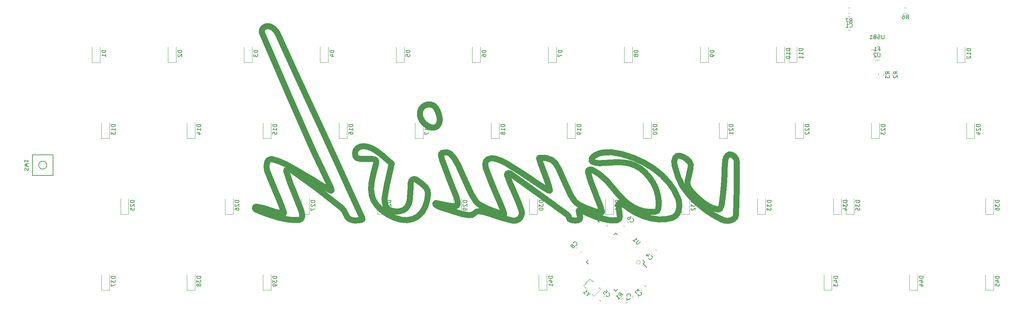
<source format=gbr>
G04 #@! TF.GenerationSoftware,KiCad,Pcbnew,(5.1.4)-1*
G04 #@! TF.CreationDate,2020-11-14T13:14:41-08:00*
G04 #@! TF.ProjectId,vanish,76616e69-7368-42e6-9b69-6361645f7063,rev?*
G04 #@! TF.SameCoordinates,Original*
G04 #@! TF.FileFunction,Legend,Bot*
G04 #@! TF.FilePolarity,Positive*
%FSLAX46Y46*%
G04 Gerber Fmt 4.6, Leading zero omitted, Abs format (unit mm)*
G04 Created by KiCad (PCBNEW (5.1.4)-1) date 2020-11-14 13:14:41*
%MOMM*%
%LPD*%
G04 APERTURE LIST*
%ADD10C,1.500000*%
%ADD11C,0.120000*%
%ADD12C,0.150000*%
G04 APERTURE END LIST*
D10*
X183092113Y-57386955D02*
G75*
G03X183116005Y-56457742I-2649330J533032D01*
G01*
X183116005Y-56457742D02*
G75*
G03X182819863Y-55772375I-1432481J-212301D01*
G01*
X194631501Y-62446052D02*
X194460502Y-69139966D01*
X182819863Y-55772376D02*
G75*
G03X182132722Y-55098827I-2985358J-2358324D01*
G01*
X179056842Y-56576667D02*
G75*
G03X179979762Y-59648106I21488014J4782435D01*
G01*
X182448504Y-63767736D02*
G75*
G03X186640207Y-67685231I20816053J18071787D01*
G01*
X186640206Y-67685231D02*
G75*
G03X191035036Y-70322496I14489968J19166106D01*
G01*
X194681431Y-55814639D02*
X194631501Y-62446052D01*
X194681430Y-55814639D02*
G75*
G03X194141810Y-54515738I-1842388J-3867D01*
G01*
X163257483Y-53377569D02*
G75*
G03X161111218Y-53456283I-735247J-9252344D01*
G01*
X182132722Y-55098827D02*
G75*
G03X180337531Y-54241044I-2982702J-3934875D01*
G01*
X193873511Y-70152046D02*
G75*
G03X194460502Y-69139966I-651476J1054109D01*
G01*
X165807261Y-53821300D02*
G75*
G03X163257484Y-53377570I-3653578J-13446637D01*
G01*
X179261207Y-54751633D02*
G75*
G03X179056842Y-56576667I2557497J-1210344D01*
G01*
X168823569Y-54808460D02*
G75*
G03X165807260Y-53821300I-11180665J-29061166D01*
G01*
X180337530Y-54241044D02*
G75*
G03X179261206Y-54751635I-226198J-912914D01*
G01*
X182709653Y-58991659D02*
G75*
G03X182323709Y-60737636I16627975J-4591218D01*
G01*
X191035037Y-70322497D02*
G75*
G03X193873511Y-70152047I1260831J2723132D01*
G01*
X179979763Y-59648106D02*
G75*
G03X182448505Y-63767736I12879755J4918834D01*
G01*
X183092113Y-57386954D02*
X182709653Y-58991659D01*
X160166611Y-56130503D02*
G75*
G03X163051640Y-55970209I-15990J26330867D01*
G01*
X171632722Y-58389177D02*
G75*
G03X169284626Y-56741718I-5896592J-5907238D01*
G01*
X168789339Y-67204502D02*
G75*
G03X171413326Y-68188205I4577534J8218845D01*
G01*
X171413325Y-68188205D02*
G75*
G03X174204310Y-68352103I1935809J9118999D01*
G01*
X173645861Y-60946382D02*
G75*
G03X171632722Y-58389176I-11665462J-7112524D01*
G01*
X160706437Y-68547650D02*
G75*
G03X160891811Y-68382515I19134J165135D01*
G01*
X163850339Y-62585387D02*
G75*
G03X166286000Y-65347304I18513353J13871503D01*
G01*
X159710211Y-64910625D02*
X158976388Y-63060466D01*
X157477519Y-57930030D02*
G75*
G03X157383173Y-58270873I253703J-253704D01*
G01*
X174984210Y-67643019D02*
G75*
G03X175096887Y-65626617I-7590584J1435515D01*
G01*
X160822990Y-67971111D02*
X160329155Y-66568295D01*
X166466250Y-55958060D02*
G75*
G03X163051640Y-55970209I-1650669J-15924906D01*
G01*
X160096462Y-58789774D02*
G75*
G03X158390863Y-57772791I-6290656J-8611430D01*
G01*
X174204310Y-68352105D02*
G75*
G03X174984209Y-67643019I-80311J871767D01*
G01*
X166286000Y-65347304D02*
G75*
G03X168789338Y-67204502I8347823J8636389D01*
G01*
X160891811Y-68382515D02*
G75*
G03X160822990Y-67971111I-1264080J-1D01*
G01*
X169284626Y-56741719D02*
G75*
G03X166466250Y-55958061I-3720664J-7921250D01*
G01*
X174631857Y-63145829D02*
G75*
G03X173645862Y-60946382I-9168137J-2789275D01*
G01*
X160329155Y-66568295D02*
X159710211Y-64910625D01*
X175096887Y-65626617D02*
G75*
G03X174631857Y-63145829I-11459515J-864136D01*
G01*
X163850339Y-62585388D02*
G75*
G03X162039979Y-60473114I-16994389J-12733389D01*
G01*
X158390864Y-57772792D02*
G75*
G03X157477519Y-57930030I-345355J-725229D01*
G01*
X158976388Y-63060466D02*
X158272408Y-61223688D01*
X158272408Y-61223688D02*
X157745983Y-59608924D01*
X161111219Y-53456283D02*
G75*
G03X159321498Y-54053367I850704J-5530765D01*
G01*
X158717063Y-68092952D02*
G75*
G03X159855418Y-68404931I3653417J11097850D01*
G01*
X158313967Y-54979114D02*
G75*
G03X158514122Y-55731290I439887J-285664D01*
G01*
X162039978Y-60473114D02*
G75*
G03X160096462Y-58789774I-11103713J-10856277D01*
G01*
X158514122Y-55731292D02*
G75*
G03X160166611Y-56130503I1650298J3211464D01*
G01*
X157745983Y-59608924D02*
X157383173Y-58270873D01*
X159321499Y-54053367D02*
G75*
G03X158313967Y-54979115I1296057J-2421701D01*
G01*
X159855417Y-68404932D02*
G75*
G03X160706437Y-68547650I1828924J8297107D01*
G01*
X145222220Y-54818910D02*
G75*
G03X145142189Y-54903421I4464J-84377D01*
G01*
X151485326Y-60679838D02*
X152989994Y-64028976D01*
X145222220Y-54818910D02*
X145728442Y-54805527D01*
X136948137Y-56168990D02*
G75*
G03X134027354Y-54951229I-5999873J-10279010D01*
G01*
X154009155Y-65606726D02*
G75*
G03X155250366Y-66617462I3342840J2837609D01*
G01*
X150127298Y-57640235D02*
X151485326Y-60679838D01*
X148285957Y-55287404D02*
G75*
G03X147138474Y-54903421I-1498906J-2572744D01*
G01*
X149199032Y-56098974D02*
G75*
G03X148285957Y-55287404I-2467882J-1857124D01*
G01*
X146065513Y-57551946D02*
X145582072Y-56227666D01*
X133231602Y-61191484D02*
X132398569Y-59046888D01*
X150127298Y-57640235D02*
G75*
G03X149199033Y-56098974I-7918136J-3718740D01*
G01*
X146372873Y-54829473D02*
X147138474Y-54903421D01*
X145657766Y-61804019D02*
X147438915Y-62932815D01*
X145582072Y-56227666D02*
X145172461Y-55078628D01*
X147726249Y-63015738D02*
G75*
G03X147836387Y-62876537I0J113172D01*
G01*
X141259573Y-58890737D02*
X143610834Y-60471809D01*
X145728442Y-54805527D02*
X146372873Y-54829473D01*
X147183832Y-60588488D02*
X146639132Y-59078237D01*
X131641811Y-56314892D02*
G75*
G03X131781397Y-57222102I3017921J3D01*
G01*
X146639132Y-59078237D02*
X146065513Y-57551946D01*
X143610834Y-60471809D02*
X145657766Y-61804019D01*
X132398569Y-59046888D02*
X131781397Y-57222102D01*
X147836387Y-62876537D02*
X147575806Y-61859097D01*
X136948138Y-56168990D02*
X141259573Y-58890737D01*
X145142188Y-54903420D02*
G75*
G03X145172461Y-55078628I527017J840D01*
G01*
X157363662Y-67604810D02*
X158717063Y-68092952D01*
X155250364Y-66617463D02*
G75*
G03X157363662Y-67604810I8909443J16314282D01*
G01*
X147438915Y-62932815D02*
G75*
G03X147726250Y-63015737I287334J456359D01*
G01*
X132374056Y-55123128D02*
G75*
G03X131641810Y-56314892I603702J-1191764D01*
G01*
X134027355Y-54951230D02*
G75*
G03X132374056Y-55123129I-601912J-2247437D01*
G01*
X152989994Y-64028976D02*
G75*
G03X154009154Y-65606726I6529422J3099688D01*
G01*
X147575806Y-61859097D02*
X147183832Y-60588488D01*
X124727807Y-66417557D02*
G75*
G03X124522347Y-64965417I-3386167J261503D01*
G01*
X126013771Y-68902674D02*
X123504484Y-68162049D01*
X120932618Y-53488539D02*
G75*
G03X120544560Y-54066440I164654J-529805D01*
G01*
X124522347Y-64965417D02*
X122618752Y-60015737D01*
X122100365Y-66728198D02*
G75*
G03X124104531Y-66979019I2286612J10138513D01*
G01*
X119325526Y-66166089D02*
X122100367Y-66728198D01*
X124104533Y-66979020D02*
G75*
G03X124727807Y-66417557I16537J608319D01*
G01*
X127459085Y-69169803D02*
G75*
G03X128365340Y-69094915I245541J2549546D01*
G01*
X129257144Y-65643566D02*
G75*
G03X130487129Y-66710415I3417727J2697885D01*
G01*
X128178042Y-63896210D02*
G75*
G03X129257144Y-65643566I8103291J3797406D01*
G01*
X134218009Y-63439892D02*
X133231602Y-61191484D01*
X135169497Y-65575844D02*
X134218009Y-63439892D01*
X135886550Y-67365851D02*
X135169497Y-65575844D01*
X124985851Y-56806287D02*
X126435196Y-60015737D01*
X119325526Y-66166089D02*
G75*
G03X119172157Y-66455789I-30448J-169328D01*
G01*
X123922245Y-54923554D02*
G75*
G03X122993459Y-53846967I-4724790J-3137207D01*
G01*
X120544560Y-54066440D02*
G75*
G03X120872876Y-55503890I5348804J465458D01*
G01*
X130487130Y-66710415D02*
G75*
G03X132471370Y-67662449I7000317J12046336D01*
G01*
X119172157Y-66455789D02*
G75*
G03X120114243Y-67049931I1721693J1685991D01*
G01*
X126013772Y-68902674D02*
G75*
G03X127459085Y-69169803I2258449J8175905D01*
G01*
X136404517Y-68815211D02*
X135886550Y-67365851D01*
X136280509Y-68974949D02*
G75*
G03X136404517Y-68815211I9574J120571D01*
G01*
X124985851Y-56806288D02*
G75*
G03X123922245Y-54923556I-13599211J-6440762D01*
G01*
X122993459Y-53846967D02*
G75*
G03X122043138Y-53401074I-1209971J-1343139D01*
G01*
X122618752Y-60015737D02*
X120872876Y-55503890D01*
X135942969Y-68907051D02*
G75*
G03X136280509Y-68974949I452050J1374307D01*
G01*
X134949674Y-68572578D02*
X135942970Y-68907051D01*
X126435196Y-60015737D02*
X128178042Y-63896210D01*
X123504484Y-68162049D02*
X120114243Y-67049931D01*
X133771112Y-68152551D02*
X134949674Y-68572578D01*
X132471370Y-67662449D02*
X133771112Y-68152551D01*
X122043138Y-53401075D02*
G75*
G03X120932617Y-53488538I-362169J-2495405D01*
G01*
X76375553Y-67480593D02*
X77641811Y-67890737D01*
X84983845Y-58235181D02*
X86971160Y-59410607D01*
X83065149Y-57145652D02*
X84983845Y-58235181D01*
X80014566Y-68607826D02*
X80931997Y-68805005D01*
X80931996Y-68805005D02*
G75*
G03X81177936Y-68729612I51945J269389D01*
G01*
X79185944Y-63367868D02*
X77049554Y-58183125D01*
X74034662Y-67122882D02*
G75*
G03X74143534Y-67709914I256113J-256113D01*
G01*
X81553588Y-56341659D02*
G75*
G03X78346925Y-55135070I-7054585J-13884100D01*
G01*
X77013558Y-55860126D02*
G75*
G03X77049554Y-58183125I3296118J-1110703D01*
G01*
X81236995Y-68470983D02*
X80717422Y-67029966D01*
X78903051Y-68306136D02*
X80014566Y-68607826D01*
X74326787Y-67026860D02*
G75*
G03X74034664Y-67122884I-51030J-337118D01*
G01*
X85008667Y-70394197D02*
G75*
G03X85747965Y-69707925I-55183J800794D01*
G01*
X76866289Y-68819539D02*
G75*
G03X79980211Y-69816164I12482550J33638312D01*
G01*
X81177936Y-68729612D02*
G75*
G03X81236995Y-68470983I-176321J176322D01*
G01*
X77641811Y-67890737D02*
X78903051Y-68306136D01*
X74326787Y-67026860D02*
X75248193Y-67194512D01*
X76866289Y-68819538D02*
X74143534Y-67709914D01*
X82704310Y-70340031D02*
G75*
G03X85008666Y-70394197I1444759J12420087D01*
G01*
X81553588Y-56341660D02*
X83065149Y-57145652D01*
X78346925Y-55135071D02*
G75*
G03X77013557Y-55860125I-275755J-1081441D01*
G01*
X80043576Y-65329200D02*
X79185944Y-63367868D01*
X85747964Y-69707925D02*
G75*
G03X85577551Y-68153096I-3100525J446927D01*
G01*
X80717422Y-67029966D02*
X80043576Y-65329200D01*
X75248193Y-67194512D02*
X76375553Y-67480593D01*
X79980211Y-69816163D02*
G75*
G03X82704310Y-70340031I4886343J18064308D01*
G01*
X97607985Y-70134517D02*
G75*
G03X98277227Y-70419098I1223930J1949076D01*
G01*
X87006377Y-39771261D02*
X90903991Y-48213253D01*
X80665879Y-25904896D02*
X83562756Y-32261648D01*
X98277227Y-70419097D02*
G75*
G03X99067351Y-70515737I790123J3181685D01*
G01*
X99766686Y-70489383D02*
X99067351Y-70515737D01*
X90903991Y-48213253D02*
X94733321Y-56510429D01*
X94733321Y-56510429D02*
X97957888Y-63556057D01*
X82273593Y-59595607D02*
X82904659Y-61356804D01*
X83562756Y-32261648D02*
X87006377Y-39771261D01*
X99766685Y-70489384D02*
G75*
G03X100355874Y-70408523I-366753J4859345D01*
G01*
X95442024Y-67120598D02*
X89383314Y-62414401D01*
X100355876Y-70408523D02*
G75*
G03X100789426Y-70293029I-700072J3499476D01*
G01*
X100891809Y-70150753D02*
G75*
G03X100830827Y-69869383I-679600J1D01*
G01*
X82904659Y-61356804D02*
X83706026Y-63390737D01*
X83706026Y-63390737D02*
X85577551Y-68153096D01*
X97957888Y-63556057D02*
X100830827Y-69869383D01*
X81781810Y-58096022D02*
X82273593Y-59595607D01*
X96788758Y-69084884D02*
G75*
G03X95442024Y-67120598I-3921032J-1244488D01*
G01*
X81837647Y-57843484D02*
G75*
G03X81781810Y-58096022I189321J-174301D01*
G01*
X83012584Y-57724310D02*
G75*
G03X81837646Y-57843483I-520292J-721885D01*
G01*
X89383314Y-62414401D02*
X83012584Y-57724310D01*
X100789426Y-70293030D02*
G75*
G03X100891810Y-70150753I-47663J142276D01*
G01*
X79938001Y-24203237D02*
X80665879Y-25904896D01*
X96788757Y-69084884D02*
G75*
G03X97102738Y-69679243I1802491J572088D01*
G01*
X97102739Y-69679243D02*
G75*
G03X97607986Y-70134517I1557619J1220601D01*
G01*
X152215249Y-69060983D02*
X145070155Y-63873045D01*
X128365340Y-69094915D02*
G75*
G03X128950336Y-68686525I-269425J1009119D01*
G01*
X129498372Y-68276675D02*
G75*
G03X128950336Y-68686525I353001J-1043352D01*
G01*
X152641810Y-69900873D02*
G75*
G03X152755000Y-70136360I301556J0D01*
G01*
X137839000Y-58681267D02*
G75*
G03X137171003Y-58736545I-301373J-421902D01*
G01*
X130286949Y-68183702D02*
G75*
G03X129498373Y-68276675I-174989J-1906535D01*
G01*
X138043939Y-61520717D02*
X138743486Y-63094235D01*
X140705598Y-67919028D02*
G75*
G03X138743486Y-63094235I-49747639J-17419643D01*
G01*
X140334205Y-69912844D02*
G75*
G03X140705598Y-67919028I-1551491J1320498D01*
G01*
X145070155Y-63873045D02*
X137839000Y-58681268D01*
X152641810Y-69900873D02*
G75*
G03X152215249Y-69060983I-1040142J1D01*
G01*
X137504554Y-60144981D02*
X138043939Y-61520717D01*
X153097282Y-70335121D02*
G75*
G03X153598572Y-70470792I847258J2136585D01*
G01*
X137171004Y-58736544D02*
G75*
G03X137109223Y-58994825I179453J-179455D01*
G01*
X133619099Y-69115039D02*
G75*
G03X138456724Y-70529521I15619916J44441434D01*
G01*
X137109223Y-58994825D02*
X137504554Y-60144981D01*
X152755000Y-70136360D02*
G75*
G03X153097282Y-70335121I835099J1044006D01*
G01*
X131515095Y-68424736D02*
G75*
G03X130286948Y-68183702I-1788397J-5863043D01*
G01*
X133619099Y-69115040D02*
X131515095Y-68424737D01*
X138456724Y-70529522D02*
G75*
G03X140334205Y-69912844I433901J1845329D01*
G01*
X179910295Y-64831161D02*
G75*
G03X177632834Y-60973315I-13000776J-5073778D01*
G01*
X162366392Y-70392323D02*
G75*
G03X163414435Y-70499266I1091078J5503687D01*
G01*
X155320566Y-70205770D02*
G75*
G03X155433205Y-69770663I-495129J360310D01*
G01*
X177632835Y-60973314D02*
G75*
G03X173721985Y-57397292I-15060641J-12544262D01*
G01*
X155433205Y-69770664D02*
G75*
G03X155272005Y-69032105I-4064097J-500173D01*
G01*
X155849621Y-68042137D02*
G75*
G03X155271094Y-67922905I-570048J-1302790D01*
G01*
X159429202Y-69578527D02*
X158033965Y-69015633D01*
X160948027Y-70056654D02*
X159429202Y-69578527D01*
X175208560Y-70252426D02*
G75*
G03X178419609Y-69858050I568077J8644189D01*
G01*
X162366391Y-70392323D02*
X160948027Y-70056654D01*
X105585525Y-53957176D02*
G75*
G03X103340171Y-52432836I-7231781J-8236544D01*
G01*
X171244055Y-69402164D02*
G75*
G03X175208560Y-70252426I4880559J13088755D01*
G01*
X163414435Y-70499265D02*
G75*
G03X164653841Y-70439481I85201J11110730D01*
G01*
X165771191Y-66224031D02*
G75*
G03X165259507Y-66162835I-316384J-475615D01*
G01*
X155069164Y-68158863D02*
G75*
G03X155272005Y-69032105I5610269J843004D01*
G01*
X165172137Y-70159077D02*
G75*
G03X165361093Y-69582124I-656999J534590D01*
G01*
X158033965Y-69015633D02*
X155849621Y-68042136D01*
X101161627Y-51852790D02*
G75*
G03X99648810Y-52337201I-109058J-2263885D01*
G01*
X180021102Y-68252220D02*
G75*
G03X179910297Y-64831161I-4895482J1553763D01*
G01*
X164653841Y-70439481D02*
G75*
G03X165172136Y-70159078I-80145J767348D01*
G01*
X154941692Y-70445554D02*
G75*
G03X155320567Y-70205771I-112952J597691D01*
G01*
X153598572Y-70470792D02*
G75*
G03X154192351Y-70515737I593785J3899862D01*
G01*
X167526033Y-67431067D02*
X165771190Y-66224030D01*
X154192351Y-70515737D02*
G75*
G03X154941692Y-70445553I-3J4035394D01*
G01*
X167526033Y-67431067D02*
G75*
G03X171244056Y-69402164I9364683J13172183D01*
G01*
X155271093Y-67922906D02*
G75*
G03X155069164Y-68158863I1225J-205431D01*
G01*
X165361092Y-69582125D02*
G75*
G03X165231829Y-68265737I-13810392J-691577D01*
G01*
X178419609Y-69858049D02*
G75*
G03X180021101Y-68252219I-753961J2353422D01*
G01*
X103340171Y-52432835D02*
G75*
G03X101161627Y-51852791I-2436222J-4768892D01*
G01*
X173721986Y-57397292D02*
G75*
G03X168823569Y-54808460I-13282827J-19204240D01*
G01*
X165023890Y-66535154D02*
X165231829Y-68265737D01*
X165259507Y-66162836D02*
G75*
G03X165023890Y-66535154I123222J-338692D01*
G01*
X104313388Y-56178531D02*
G75*
G03X104338084Y-55587355I-1138763J343675D01*
G01*
X116775354Y-62221748D02*
G75*
G03X115916702Y-61385081I-4974944J-4246733D01*
G01*
X99547310Y-54843333D02*
G75*
G03X100325235Y-55044340I860507J1724436D01*
G01*
X104046237Y-55223598D02*
G75*
G03X103321840Y-55054110I-784024J-1718142D01*
G01*
X103321840Y-55054110D02*
X101848020Y-55053531D01*
X114285939Y-60219481D02*
G75*
G03X113464870Y-60215293I-413909J-659518D01*
G01*
X117295695Y-63985116D02*
G75*
G03X117197961Y-63008186I-2735028J219734D01*
G01*
X107155861Y-68947167D02*
G75*
G03X110513226Y-70309949I5696695J9217432D01*
G01*
X112703526Y-65569774D02*
G75*
G03X112891810Y-63240739I-14310777J2329041D01*
G01*
X110513226Y-70309948D02*
G75*
G03X113547673Y-70131809I1203034J5441021D01*
G01*
X107657560Y-67855723D02*
G75*
G03X109458644Y-68265737I1801081J3750822D01*
G01*
X109458644Y-68265738D02*
G75*
G03X111022999Y-67959845I-4J4153074D01*
G01*
X104338084Y-55587355D02*
G75*
G03X104046237Y-55223599I-507058J-107866D01*
G01*
X106466204Y-64672623D02*
G75*
G03X106673517Y-66739811I4676654J-574980D01*
G01*
X104519459Y-66747578D02*
G75*
G03X107155861Y-68947167I9025286J8137830D01*
G01*
X117197961Y-63008187D02*
G75*
G03X116775355Y-62221748I-2024999J-581401D01*
G01*
X111023000Y-67959845D02*
G75*
G03X112093055Y-67096629I-897669J2207602D01*
G01*
X115916702Y-61385082D02*
G75*
G03X114285938Y-60219483I-10501205J-12968422D01*
G01*
X113547674Y-70131808D02*
G75*
G03X115831636Y-68431080I-1557397J4475443D01*
G01*
X112992932Y-60976643D02*
G75*
G03X112891810Y-63240739I25296298J-2264120D01*
G01*
X99648810Y-52337201D02*
G75*
G03X99016810Y-53640737I1028311J-1303537D01*
G01*
X117094850Y-65488524D02*
G75*
G03X117295696Y-63985116I-14167062J2657754D01*
G01*
X106673517Y-66739811D02*
G75*
G03X107657560Y-67855723I1810081J604346D01*
G01*
X99016811Y-53640737D02*
G75*
G03X99153786Y-54404802I2199512J0D01*
G01*
X115831635Y-68431080D02*
G75*
G03X117094849Y-65488524I-5946119J4295038D01*
G01*
X101848020Y-55053531D02*
X100325235Y-55044340D01*
X113464869Y-60215293D02*
G75*
G03X112992932Y-60976642I521614J-850277D01*
G01*
X103167138Y-61007592D02*
G75*
G03X103242316Y-64272639I8258916J-1443229D01*
G01*
X99153786Y-54404802D02*
G75*
G03X99547311Y-54843333I751224J278292D01*
G01*
X112093056Y-67096628D02*
G75*
G03X112703527Y-65569771I-3124503J2134713D01*
G01*
X103242316Y-64272639D02*
G75*
G03X104519459Y-66747578I5340488J1188861D01*
G01*
X104313389Y-56178531D02*
G75*
G03X103167139Y-61007592I39585895J-11946874D01*
G01*
X118016236Y-41404421D02*
G75*
G03X117197056Y-41402025I-417850J-2822488D01*
G01*
X115320793Y-43200494D02*
G75*
G03X115428848Y-44695667I2787561J-550035D01*
G01*
X105585526Y-53957175D02*
X108178508Y-56233842D01*
X77875840Y-21862735D02*
G75*
G03X76703107Y-21784130I-700024J-1656400D01*
G01*
X92960840Y-62323531D02*
G75*
G03X92652188Y-61563361I-8847372J-3149563D01*
G01*
X92211765Y-60659291D02*
X88645930Y-53219119D01*
X120269323Y-45298850D02*
G75*
G03X119733150Y-43041697I-6003099J-233741D01*
G01*
X91621554Y-62275278D02*
X92790546Y-62947080D01*
X118685224Y-41656578D02*
G75*
G03X118016236Y-41404421I-916083J-1416914D01*
G01*
X115977226Y-41997230D02*
G75*
G03X115320793Y-43200494I1585479J-1645636D01*
G01*
X79063361Y-22741332D02*
G75*
G03X77875840Y-21862734I-2411498J-2017574D01*
G01*
X88645930Y-53219119D02*
X82509354Y-39143800D01*
X92652188Y-61563361D02*
X92211765Y-60659291D01*
X93050634Y-63015737D02*
G75*
G03X93139754Y-62899802I0J92221D01*
G01*
X119597109Y-46854826D02*
G75*
G03X120269323Y-45298851I-1288038J1479652D01*
G01*
X79938000Y-24203237D02*
G75*
G03X79063361Y-22741331I-5038919J-2022125D01*
G01*
X118081519Y-47158755D02*
G75*
G03X119597109Y-46854827I491376J1480510D01*
G01*
X75803720Y-22456016D02*
G75*
G03X75737195Y-23345490I823253J-508797D01*
G01*
X117197056Y-41402025D02*
G75*
G03X115977226Y-41997230I310177J-2183268D01*
G01*
X76703107Y-21784129D02*
G75*
G03X75803720Y-22456016I402232J-1476329D01*
G01*
X119243284Y-42190930D02*
G75*
G03X118685224Y-41656578I-1670038J-1185549D01*
G01*
X116280469Y-46047253D02*
G75*
G03X118081519Y-47158754I3247923J3247918D01*
G01*
X107078569Y-61137133D02*
G75*
G03X106466204Y-64672622I35616466J-7989727D01*
G01*
X108178508Y-56233842D02*
X107078569Y-61137133D01*
X119733150Y-43041698D02*
G75*
G03X119243284Y-42190930I-4713689J-2147695D01*
G01*
X82509354Y-39143800D02*
X75737195Y-23345490D01*
X93139754Y-62899802D02*
X92960841Y-62323531D01*
X115428848Y-44695666D02*
G75*
G03X116280469Y-46047253I3403837J1200631D01*
G01*
X88718873Y-60495025D02*
X90260890Y-61461017D01*
X90260890Y-61461017D02*
X91621554Y-62275278D01*
X92790546Y-62947079D02*
G75*
G03X93050634Y-63015737I260089J458304D01*
G01*
X86971160Y-59410607D02*
X88718873Y-60495025D01*
X182323710Y-60737637D02*
G75*
G03X182387508Y-61784795I2303341J-385190D01*
G01*
X188660724Y-67409948D02*
G75*
G03X189927297Y-67743911I2780206J7975327D01*
G01*
X194141811Y-54515737D02*
G75*
G03X193163055Y-53953245I-1530717J-1530718D01*
G01*
X191801003Y-55290538D02*
G75*
G03X191635291Y-57203237I11224627J-1936003D01*
G01*
X191342810Y-62543574D02*
X191494279Y-60589770D01*
X191164402Y-64255796D02*
X191342810Y-62543574D01*
X191494279Y-60589770D02*
X191600000Y-58700000D01*
X186530041Y-66195535D02*
X187713829Y-66968661D01*
X182906707Y-62756018D02*
X184271044Y-64274073D01*
X190822933Y-66779243D02*
X191164402Y-64255796D01*
X193163055Y-53953246D02*
G75*
G03X192347832Y-54188729I-210753J-799247D01*
G01*
X190496584Y-67529734D02*
G75*
G03X190822933Y-66779243I-1243160J986786D01*
G01*
X187713830Y-66968661D02*
G75*
G03X188660724Y-67409948I2657592J4466005D01*
G01*
X185320471Y-65254610D02*
X186530041Y-66195535D01*
X182387507Y-61784794D02*
G75*
G03X182906707Y-62756018I2612506J772210D01*
G01*
X184271045Y-64274073D02*
G75*
G03X185320471Y-65254610I10412255J10091945D01*
G01*
X192347832Y-54188729D02*
G75*
G03X191801003Y-55290538I1573477J-1467519D01*
G01*
X189927297Y-67743911D02*
G75*
G03X190496584Y-67529734I106003J581918D01*
G01*
X191600000Y-58700000D02*
X191635291Y-57203237D01*
D11*
X170500000Y-81000000D02*
G75*
G03X170500000Y-81000000I-500000J0D01*
G01*
X167109888Y-90944204D02*
X166744204Y-91309888D01*
X166105796Y-89940112D02*
X165740112Y-90305796D01*
X171519204Y-86815112D02*
X171884888Y-87180796D01*
X170515112Y-87819204D02*
X170880796Y-88184888D01*
X223058578Y-18510000D02*
X222541422Y-18510000D01*
X223058578Y-17090000D02*
X222541422Y-17090000D01*
X230090000Y-34158578D02*
X230090000Y-33641422D01*
X231510000Y-34158578D02*
X231510000Y-33641422D01*
X232090000Y-34158578D02*
X232090000Y-33641422D01*
X233510000Y-34158578D02*
X233510000Y-33641422D01*
X157602944Y-85371573D02*
X157885787Y-85088730D01*
X157744365Y-85512994D02*
X158027208Y-85230152D01*
X160289950Y-88058579D02*
X160572792Y-87775736D01*
X156188730Y-86785787D02*
X157602944Y-85371573D01*
X158734315Y-85937258D02*
X159017157Y-85654416D01*
X158734315Y-85937258D02*
X158027208Y-85230152D01*
X157744365Y-85512994D02*
X156330152Y-86927208D01*
X156330152Y-86927208D02*
X157037258Y-87634315D01*
X158310051Y-88907107D02*
X158875736Y-89472792D01*
X158875736Y-89472792D02*
X160289950Y-88058579D01*
X160572792Y-87775736D02*
X160007107Y-87210051D01*
X223058578Y-22710000D02*
X222541422Y-22710000D01*
X223058578Y-21290000D02*
X222541422Y-21290000D01*
X222541422Y-19190000D02*
X223058578Y-19190000D01*
X222541422Y-20610000D02*
X223058578Y-20610000D01*
X230700000Y-27710000D02*
X228250000Y-27710000D01*
X228900000Y-24490000D02*
X230700000Y-24490000D01*
D12*
X23381625Y-59200000D02*
X23381625Y-54000000D01*
X23381625Y-54000000D02*
X18181625Y-54000000D01*
X18181625Y-54000000D02*
X18181625Y-59200000D01*
X18181625Y-59200000D02*
X23381625Y-59200000D01*
X21781625Y-56600000D02*
G75*
G03X21781625Y-56600000I-1000000J0D01*
G01*
D11*
X147050000Y-87975000D02*
X147050000Y-84075000D01*
X145050000Y-87975000D02*
X145050000Y-84075000D01*
X147050000Y-87975000D02*
X145050000Y-87975000D01*
X155784888Y-78119204D02*
X155419204Y-78484888D01*
X154780796Y-77115112D02*
X154415112Y-77480796D01*
X236641422Y-17090000D02*
X237158578Y-17090000D01*
X236641422Y-18510000D02*
X237158578Y-18510000D01*
X230402064Y-30210000D02*
X229197936Y-30210000D01*
X230402064Y-28390000D02*
X229197936Y-28390000D01*
D12*
X171218219Y-81369086D02*
X172119780Y-82270648D01*
X164306250Y-73643945D02*
X164783547Y-74121242D01*
X156987695Y-80962500D02*
X157464992Y-81439797D01*
X164306250Y-88281055D02*
X163828953Y-87803758D01*
X171624805Y-80962500D02*
X171147508Y-80485203D01*
X164306250Y-88281055D02*
X164783547Y-87803758D01*
X156987695Y-80962500D02*
X157464992Y-80485203D01*
X164306250Y-73643945D02*
X163828953Y-74121242D01*
X171624805Y-80962500D02*
X171218219Y-81369086D01*
D11*
X162284888Y-71619204D02*
X161919204Y-71984888D01*
X161280796Y-70615112D02*
X160915112Y-70980796D01*
X258968750Y-87975000D02*
X258968750Y-84075000D01*
X256968750Y-87975000D02*
X256968750Y-84075000D01*
X258968750Y-87975000D02*
X256968750Y-87975000D01*
X239918750Y-87975000D02*
X239918750Y-84075000D01*
X237918750Y-87975000D02*
X237918750Y-84075000D01*
X239918750Y-87975000D02*
X237918750Y-87975000D01*
X218487500Y-87975000D02*
X218487500Y-84075000D01*
X216487500Y-87975000D02*
X216487500Y-84075000D01*
X218487500Y-87975000D02*
X216487500Y-87975000D01*
X77993750Y-87975000D02*
X77993750Y-84075000D01*
X75993750Y-87975000D02*
X75993750Y-84075000D01*
X77993750Y-87975000D02*
X75993750Y-87975000D01*
X58943750Y-87975000D02*
X58943750Y-84075000D01*
X56943750Y-87975000D02*
X56943750Y-84075000D01*
X58943750Y-87975000D02*
X56943750Y-87975000D01*
X37512500Y-87975000D02*
X37512500Y-84075000D01*
X35512500Y-87975000D02*
X35512500Y-84075000D01*
X37512500Y-87975000D02*
X35512500Y-87975000D01*
X258968750Y-68925000D02*
X258968750Y-65025000D01*
X256968750Y-68925000D02*
X256968750Y-65025000D01*
X258968750Y-68925000D02*
X256968750Y-68925000D01*
X224043750Y-68925000D02*
X224043750Y-65025000D01*
X222043750Y-68925000D02*
X222043750Y-65025000D01*
X224043750Y-68925000D02*
X222043750Y-68925000D01*
X220868750Y-68925000D02*
X220868750Y-65025000D01*
X218868750Y-68925000D02*
X218868750Y-65025000D01*
X220868750Y-68925000D02*
X218868750Y-68925000D01*
X201818750Y-68925000D02*
X201818750Y-65025000D01*
X199818750Y-68925000D02*
X199818750Y-65025000D01*
X201818750Y-68925000D02*
X199818750Y-68925000D01*
X182768750Y-68925000D02*
X182768750Y-65025000D01*
X180768750Y-68925000D02*
X180768750Y-65025000D01*
X182768750Y-68925000D02*
X180768750Y-68925000D01*
X163718750Y-68925000D02*
X163718750Y-65025000D01*
X161718750Y-68925000D02*
X161718750Y-65025000D01*
X163718750Y-68925000D02*
X161718750Y-68925000D01*
X144668750Y-68925000D02*
X144668750Y-65025000D01*
X142668750Y-68925000D02*
X142668750Y-65025000D01*
X144668750Y-68925000D02*
X142668750Y-68925000D01*
X125618750Y-68925000D02*
X125618750Y-65025000D01*
X123618750Y-68925000D02*
X123618750Y-65025000D01*
X125618750Y-68925000D02*
X123618750Y-68925000D01*
X106568750Y-68925000D02*
X106568750Y-65025000D01*
X104568750Y-68925000D02*
X104568750Y-65025000D01*
X106568750Y-68925000D02*
X104568750Y-68925000D01*
X87518750Y-68925000D02*
X87518750Y-65025000D01*
X85518750Y-68925000D02*
X85518750Y-65025000D01*
X87518750Y-68925000D02*
X85518750Y-68925000D01*
X68468750Y-68925000D02*
X68468750Y-65025000D01*
X66468750Y-68925000D02*
X66468750Y-65025000D01*
X68468750Y-68925000D02*
X66468750Y-68925000D01*
X42275000Y-68925000D02*
X42275000Y-65025000D01*
X40275000Y-68925000D02*
X40275000Y-65025000D01*
X42275000Y-68925000D02*
X40275000Y-68925000D01*
X254206250Y-49875000D02*
X254206250Y-45975000D01*
X252206250Y-49875000D02*
X252206250Y-45975000D01*
X254206250Y-49875000D02*
X252206250Y-49875000D01*
X230393750Y-49875000D02*
X230393750Y-45975000D01*
X228393750Y-49875000D02*
X228393750Y-45975000D01*
X230393750Y-49875000D02*
X228393750Y-49875000D01*
X211343750Y-49875000D02*
X211343750Y-45975000D01*
X209343750Y-49875000D02*
X209343750Y-45975000D01*
X211343750Y-49875000D02*
X209343750Y-49875000D01*
X192293750Y-49875000D02*
X192293750Y-45975000D01*
X190293750Y-49875000D02*
X190293750Y-45975000D01*
X192293750Y-49875000D02*
X190293750Y-49875000D01*
X173243750Y-49875000D02*
X173243750Y-45975000D01*
X171243750Y-49875000D02*
X171243750Y-45975000D01*
X173243750Y-49875000D02*
X171243750Y-49875000D01*
X154193750Y-49875000D02*
X154193750Y-45975000D01*
X152193750Y-49875000D02*
X152193750Y-45975000D01*
X154193750Y-49875000D02*
X152193750Y-49875000D01*
X135143750Y-49875000D02*
X135143750Y-45975000D01*
X133143750Y-49875000D02*
X133143750Y-45975000D01*
X135143750Y-49875000D02*
X133143750Y-49875000D01*
X116093750Y-49875000D02*
X116093750Y-45975000D01*
X114093750Y-49875000D02*
X114093750Y-45975000D01*
X116093750Y-49875000D02*
X114093750Y-49875000D01*
X97043750Y-49875000D02*
X97043750Y-45975000D01*
X95043750Y-49875000D02*
X95043750Y-45975000D01*
X97043750Y-49875000D02*
X95043750Y-49875000D01*
X77993750Y-49875000D02*
X77993750Y-45975000D01*
X75993750Y-49875000D02*
X75993750Y-45975000D01*
X77993750Y-49875000D02*
X75993750Y-49875000D01*
X58943750Y-49875000D02*
X58943750Y-45975000D01*
X56943750Y-49875000D02*
X56943750Y-45975000D01*
X58943750Y-49875000D02*
X56943750Y-49875000D01*
X37512500Y-49875000D02*
X37512500Y-45975000D01*
X35512500Y-49875000D02*
X35512500Y-45975000D01*
X37512500Y-49875000D02*
X35512500Y-49875000D01*
X251825000Y-30825000D02*
X251825000Y-26925000D01*
X249825000Y-30825000D02*
X249825000Y-26925000D01*
X251825000Y-30825000D02*
X249825000Y-30825000D01*
X209756250Y-30825000D02*
X209756250Y-26925000D01*
X207756250Y-30825000D02*
X207756250Y-26925000D01*
X209756250Y-30825000D02*
X207756250Y-30825000D01*
X206581250Y-30825000D02*
X206581250Y-26925000D01*
X204581250Y-30825000D02*
X204581250Y-26925000D01*
X206581250Y-30825000D02*
X204581250Y-30825000D01*
X187531250Y-30825000D02*
X187531250Y-26925000D01*
X185531250Y-30825000D02*
X185531250Y-26925000D01*
X187531250Y-30825000D02*
X185531250Y-30825000D01*
X168481250Y-30825000D02*
X168481250Y-26925000D01*
X166481250Y-30825000D02*
X166481250Y-26925000D01*
X168481250Y-30825000D02*
X166481250Y-30825000D01*
X149431250Y-30825000D02*
X149431250Y-26925000D01*
X147431250Y-30825000D02*
X147431250Y-26925000D01*
X149431250Y-30825000D02*
X147431250Y-30825000D01*
X130381250Y-30825000D02*
X130381250Y-26925000D01*
X128381250Y-30825000D02*
X128381250Y-26925000D01*
X130381250Y-30825000D02*
X128381250Y-30825000D01*
X111331250Y-30825000D02*
X111331250Y-26925000D01*
X109331250Y-30825000D02*
X109331250Y-26925000D01*
X111331250Y-30825000D02*
X109331250Y-30825000D01*
X92281250Y-30825000D02*
X92281250Y-26925000D01*
X90281250Y-30825000D02*
X90281250Y-26925000D01*
X92281250Y-30825000D02*
X90281250Y-30825000D01*
X73231250Y-30825000D02*
X73231250Y-26925000D01*
X71231250Y-30825000D02*
X71231250Y-26925000D01*
X73231250Y-30825000D02*
X71231250Y-30825000D01*
X54181250Y-30825000D02*
X54181250Y-26925000D01*
X52181250Y-30825000D02*
X52181250Y-26925000D01*
X54181250Y-30825000D02*
X52181250Y-30825000D01*
X35131250Y-30825000D02*
X35131250Y-26925000D01*
X33131250Y-30825000D02*
X33131250Y-26925000D01*
X35131250Y-30825000D02*
X33131250Y-30825000D01*
X170010000Y-89441422D02*
X170010000Y-89958578D01*
X168590000Y-89441422D02*
X168590000Y-89958578D01*
X166580796Y-72084888D02*
X166215112Y-71719204D01*
X167584888Y-71080796D02*
X167219204Y-70715112D01*
X160580796Y-90759888D02*
X160215112Y-90394204D01*
X161584888Y-89755796D02*
X161219204Y-89390112D01*
X174219204Y-77715112D02*
X174584888Y-78080796D01*
X173215112Y-78719204D02*
X173580796Y-79084888D01*
D12*
X165696006Y-89660304D02*
X165594991Y-89087884D01*
X166100067Y-89256243D02*
X165392961Y-88549136D01*
X165123586Y-88818510D01*
X165089915Y-88919525D01*
X165089915Y-88986869D01*
X165123586Y-89087884D01*
X165224602Y-89188899D01*
X165325617Y-89222571D01*
X165392961Y-89222571D01*
X165493976Y-89188899D01*
X165763350Y-88919525D01*
X165022571Y-90333739D02*
X165426632Y-89929678D01*
X165224602Y-90131709D02*
X164517495Y-89424602D01*
X164685854Y-89458274D01*
X164820541Y-89458274D01*
X164921556Y-89424602D01*
X169898586Y-89037115D02*
X169898586Y-89104458D01*
X169965930Y-89239145D01*
X170033274Y-89306489D01*
X170167961Y-89373832D01*
X170302648Y-89373832D01*
X170403663Y-89340161D01*
X170572022Y-89239145D01*
X170673037Y-89138130D01*
X170774052Y-88969771D01*
X170807724Y-88868756D01*
X170807724Y-88734069D01*
X170740380Y-88599382D01*
X170673037Y-88532038D01*
X170538350Y-88464695D01*
X170471006Y-88464695D01*
X170302648Y-88161649D02*
X169864915Y-87723916D01*
X169831243Y-88228993D01*
X169730228Y-88127977D01*
X169629212Y-88094306D01*
X169561869Y-88094306D01*
X169460854Y-88127977D01*
X169292495Y-88296336D01*
X169258823Y-88397351D01*
X169258823Y-88464695D01*
X169292495Y-88565710D01*
X169494525Y-88767741D01*
X169595541Y-88801413D01*
X169662884Y-88801413D01*
X231528095Y-23902380D02*
X231528095Y-24711904D01*
X231480476Y-24807142D01*
X231432857Y-24854761D01*
X231337619Y-24902380D01*
X231147142Y-24902380D01*
X231051904Y-24854761D01*
X231004285Y-24807142D01*
X230956666Y-24711904D01*
X230956666Y-23902380D01*
X230528095Y-24854761D02*
X230385238Y-24902380D01*
X230147142Y-24902380D01*
X230051904Y-24854761D01*
X230004285Y-24807142D01*
X229956666Y-24711904D01*
X229956666Y-24616666D01*
X230004285Y-24521428D01*
X230051904Y-24473809D01*
X230147142Y-24426190D01*
X230337619Y-24378571D01*
X230432857Y-24330952D01*
X230480476Y-24283333D01*
X230528095Y-24188095D01*
X230528095Y-24092857D01*
X230480476Y-23997619D01*
X230432857Y-23950000D01*
X230337619Y-23902380D01*
X230099523Y-23902380D01*
X229956666Y-23950000D01*
X229194761Y-24378571D02*
X229051904Y-24426190D01*
X229004285Y-24473809D01*
X228956666Y-24569047D01*
X228956666Y-24711904D01*
X229004285Y-24807142D01*
X229051904Y-24854761D01*
X229147142Y-24902380D01*
X229528095Y-24902380D01*
X229528095Y-23902380D01*
X229194761Y-23902380D01*
X229099523Y-23950000D01*
X229051904Y-23997619D01*
X229004285Y-24092857D01*
X229004285Y-24188095D01*
X229051904Y-24283333D01*
X229099523Y-24330952D01*
X229194761Y-24378571D01*
X229528095Y-24378571D01*
X228004285Y-24902380D02*
X228575714Y-24902380D01*
X228290000Y-24902380D02*
X228290000Y-23902380D01*
X228385238Y-24045238D01*
X228480476Y-24140476D01*
X228575714Y-24188095D01*
X232902380Y-33733333D02*
X232426190Y-33400000D01*
X232902380Y-33161904D02*
X231902380Y-33161904D01*
X231902380Y-33542857D01*
X231950000Y-33638095D01*
X231997619Y-33685714D01*
X232092857Y-33733333D01*
X232235714Y-33733333D01*
X232330952Y-33685714D01*
X232378571Y-33638095D01*
X232426190Y-33542857D01*
X232426190Y-33161904D01*
X231902380Y-34066666D02*
X231902380Y-34685714D01*
X232283333Y-34352380D01*
X232283333Y-34495238D01*
X232330952Y-34590476D01*
X232378571Y-34638095D01*
X232473809Y-34685714D01*
X232711904Y-34685714D01*
X232807142Y-34638095D01*
X232854761Y-34590476D01*
X232902380Y-34495238D01*
X232902380Y-34209523D01*
X232854761Y-34114285D01*
X232807142Y-34066666D01*
X234902380Y-33733333D02*
X234426190Y-33400000D01*
X234902380Y-33161904D02*
X233902380Y-33161904D01*
X233902380Y-33542857D01*
X233950000Y-33638095D01*
X233997619Y-33685714D01*
X234092857Y-33733333D01*
X234235714Y-33733333D01*
X234330952Y-33685714D01*
X234378571Y-33638095D01*
X234426190Y-33542857D01*
X234426190Y-33161904D01*
X233997619Y-34114285D02*
X233950000Y-34161904D01*
X233902380Y-34257142D01*
X233902380Y-34495238D01*
X233950000Y-34590476D01*
X233997619Y-34638095D01*
X234092857Y-34685714D01*
X234188095Y-34685714D01*
X234330952Y-34638095D01*
X234902380Y-34066666D01*
X234902380Y-34685714D01*
X157390811Y-89085567D02*
X157054093Y-89422285D01*
X157996902Y-88950880D02*
X157390811Y-89085567D01*
X157525498Y-88479476D01*
X156212300Y-88580491D02*
X156616361Y-88984552D01*
X156414330Y-88782521D02*
X157121437Y-88075415D01*
X157087765Y-88243773D01*
X157087765Y-88378460D01*
X157121437Y-88479476D01*
X222966666Y-20802380D02*
X223300000Y-20326190D01*
X223538095Y-20802380D02*
X223538095Y-19802380D01*
X223157142Y-19802380D01*
X223061904Y-19850000D01*
X223014285Y-19897619D01*
X222966666Y-19992857D01*
X222966666Y-20135714D01*
X223014285Y-20230952D01*
X223061904Y-20278571D01*
X223157142Y-20326190D01*
X223538095Y-20326190D01*
X222633333Y-19802380D02*
X221966666Y-19802380D01*
X222395238Y-20802380D01*
X222966666Y-21907142D02*
X223014285Y-21954761D01*
X223157142Y-22002380D01*
X223252380Y-22002380D01*
X223395238Y-21954761D01*
X223490476Y-21859523D01*
X223538095Y-21764285D01*
X223585714Y-21573809D01*
X223585714Y-21430952D01*
X223538095Y-21240476D01*
X223490476Y-21145238D01*
X223395238Y-21050000D01*
X223252380Y-21002380D01*
X223157142Y-21002380D01*
X223014285Y-21050000D01*
X222966666Y-21097619D01*
X222014285Y-22002380D02*
X222585714Y-22002380D01*
X222300000Y-22002380D02*
X222300000Y-21002380D01*
X222395238Y-21145238D01*
X222490476Y-21240476D01*
X222585714Y-21288095D01*
X230561904Y-28452380D02*
X230561904Y-29261904D01*
X230514285Y-29357142D01*
X230466666Y-29404761D01*
X230371428Y-29452380D01*
X230180952Y-29452380D01*
X230085714Y-29404761D01*
X230038095Y-29357142D01*
X229990476Y-29261904D01*
X229990476Y-28452380D01*
X229561904Y-28547619D02*
X229514285Y-28500000D01*
X229419047Y-28452380D01*
X229180952Y-28452380D01*
X229085714Y-28500000D01*
X229038095Y-28547619D01*
X228990476Y-28642857D01*
X228990476Y-28738095D01*
X229038095Y-28880952D01*
X229609523Y-29452380D01*
X228990476Y-29452380D01*
X16312863Y-57933333D02*
X16265244Y-57790476D01*
X16265244Y-57552380D01*
X16312863Y-57457142D01*
X16360482Y-57409523D01*
X16455720Y-57361904D01*
X16550958Y-57361904D01*
X16646196Y-57409523D01*
X16693815Y-57457142D01*
X16741434Y-57552380D01*
X16789053Y-57742857D01*
X16836672Y-57838095D01*
X16884291Y-57885714D01*
X16979529Y-57933333D01*
X17074767Y-57933333D01*
X17170005Y-57885714D01*
X17217625Y-57838095D01*
X17265244Y-57742857D01*
X17265244Y-57504761D01*
X17217625Y-57361904D01*
X17265244Y-57028571D02*
X16265244Y-56790476D01*
X16979529Y-56600000D01*
X16265244Y-56409523D01*
X17265244Y-56171428D01*
X16265244Y-55266666D02*
X16265244Y-55838095D01*
X16265244Y-55552380D02*
X17265244Y-55552380D01*
X17122386Y-55647619D01*
X17027148Y-55742857D01*
X16979529Y-55838095D01*
X148502380Y-84510714D02*
X147502380Y-84510714D01*
X147502380Y-84748809D01*
X147550000Y-84891666D01*
X147645238Y-84986904D01*
X147740476Y-85034523D01*
X147930952Y-85082142D01*
X148073809Y-85082142D01*
X148264285Y-85034523D01*
X148359523Y-84986904D01*
X148454761Y-84891666D01*
X148502380Y-84748809D01*
X148502380Y-84510714D01*
X147835714Y-85939285D02*
X148502380Y-85939285D01*
X147454761Y-85701190D02*
X148169047Y-85463095D01*
X148169047Y-86082142D01*
X148502380Y-86986904D02*
X148502380Y-86415476D01*
X148502380Y-86701190D02*
X147502380Y-86701190D01*
X147645238Y-86605952D01*
X147740476Y-86510714D01*
X147788095Y-86415476D01*
X154303663Y-76767961D02*
X154371006Y-76767961D01*
X154505693Y-76700617D01*
X154573037Y-76633274D01*
X154640380Y-76498586D01*
X154640380Y-76363899D01*
X154606709Y-76262884D01*
X154505693Y-76094525D01*
X154404678Y-75993510D01*
X154236319Y-75892495D01*
X154135304Y-75858823D01*
X154000617Y-75858823D01*
X153865930Y-75926167D01*
X153798586Y-75993510D01*
X153731243Y-76128197D01*
X153731243Y-76195541D01*
X153562884Y-76835304D02*
X153596556Y-76734289D01*
X153596556Y-76666945D01*
X153562884Y-76565930D01*
X153529212Y-76532258D01*
X153428197Y-76498586D01*
X153360854Y-76498586D01*
X153259838Y-76532258D01*
X153125151Y-76666945D01*
X153091480Y-76767961D01*
X153091480Y-76835304D01*
X153125151Y-76936319D01*
X153158823Y-76969991D01*
X153259838Y-77003663D01*
X153327182Y-77003663D01*
X153428197Y-76969991D01*
X153562884Y-76835304D01*
X153663899Y-76801632D01*
X153731243Y-76801632D01*
X153832258Y-76835304D01*
X153966945Y-76969991D01*
X154000617Y-77071006D01*
X154000617Y-77138350D01*
X153966945Y-77239365D01*
X153832258Y-77374052D01*
X153731243Y-77407724D01*
X153663899Y-77407724D01*
X153562884Y-77374052D01*
X153428197Y-77239365D01*
X153394525Y-77138350D01*
X153394525Y-77071006D01*
X153428197Y-76969991D01*
X237066666Y-19902380D02*
X237400000Y-19426190D01*
X237638095Y-19902380D02*
X237638095Y-18902380D01*
X237257142Y-18902380D01*
X237161904Y-18950000D01*
X237114285Y-18997619D01*
X237066666Y-19092857D01*
X237066666Y-19235714D01*
X237114285Y-19330952D01*
X237161904Y-19378571D01*
X237257142Y-19426190D01*
X237638095Y-19426190D01*
X236209523Y-18902380D02*
X236400000Y-18902380D01*
X236495238Y-18950000D01*
X236542857Y-18997619D01*
X236638095Y-19140476D01*
X236685714Y-19330952D01*
X236685714Y-19711904D01*
X236638095Y-19807142D01*
X236590476Y-19854761D01*
X236495238Y-19902380D01*
X236304761Y-19902380D01*
X236209523Y-19854761D01*
X236161904Y-19807142D01*
X236114285Y-19711904D01*
X236114285Y-19473809D01*
X236161904Y-19378571D01*
X236209523Y-19330952D01*
X236304761Y-19283333D01*
X236495238Y-19283333D01*
X236590476Y-19330952D01*
X236638095Y-19378571D01*
X236685714Y-19473809D01*
X230133333Y-27408571D02*
X230466666Y-27408571D01*
X230466666Y-27932380D02*
X230466666Y-26932380D01*
X229990476Y-26932380D01*
X229085714Y-27932380D02*
X229657142Y-27932380D01*
X229371428Y-27932380D02*
X229371428Y-26932380D01*
X229466666Y-27075238D01*
X229561904Y-27170476D01*
X229657142Y-27218095D01*
X170500169Y-75846076D02*
X169927749Y-76418496D01*
X169826734Y-76452168D01*
X169759390Y-76452168D01*
X169658375Y-76418496D01*
X169523688Y-76283809D01*
X169490016Y-76182794D01*
X169490016Y-76115450D01*
X169523688Y-76014435D01*
X170096108Y-75442015D01*
X168681894Y-75442015D02*
X169085955Y-75846076D01*
X168883925Y-75644046D02*
X169591031Y-74936939D01*
X169557360Y-75105298D01*
X169557360Y-75239985D01*
X169591031Y-75341000D01*
X160871006Y-70335304D02*
X160769991Y-69762884D01*
X161275067Y-69931243D02*
X160567961Y-69224136D01*
X160298586Y-69493510D01*
X160264915Y-69594525D01*
X160264915Y-69661869D01*
X160298586Y-69762884D01*
X160399602Y-69863899D01*
X160500617Y-69897571D01*
X160567961Y-69897571D01*
X160668976Y-69863899D01*
X160938350Y-69594525D01*
X159793510Y-70469991D02*
X160264915Y-70941396D01*
X159692495Y-70032258D02*
X160365930Y-70368976D01*
X159928197Y-70806709D01*
X260421130Y-84510714D02*
X259421130Y-84510714D01*
X259421130Y-84748809D01*
X259468750Y-84891666D01*
X259563988Y-84986904D01*
X259659226Y-85034523D01*
X259849702Y-85082142D01*
X259992559Y-85082142D01*
X260183035Y-85034523D01*
X260278273Y-84986904D01*
X260373511Y-84891666D01*
X260421130Y-84748809D01*
X260421130Y-84510714D01*
X259754464Y-85939285D02*
X260421130Y-85939285D01*
X259373511Y-85701190D02*
X260087797Y-85463095D01*
X260087797Y-86082142D01*
X259421130Y-86939285D02*
X259421130Y-86463095D01*
X259897321Y-86415476D01*
X259849702Y-86463095D01*
X259802083Y-86558333D01*
X259802083Y-86796428D01*
X259849702Y-86891666D01*
X259897321Y-86939285D01*
X259992559Y-86986904D01*
X260230654Y-86986904D01*
X260325892Y-86939285D01*
X260373511Y-86891666D01*
X260421130Y-86796428D01*
X260421130Y-86558333D01*
X260373511Y-86463095D01*
X260325892Y-86415476D01*
X241371130Y-84510714D02*
X240371130Y-84510714D01*
X240371130Y-84748809D01*
X240418750Y-84891666D01*
X240513988Y-84986904D01*
X240609226Y-85034523D01*
X240799702Y-85082142D01*
X240942559Y-85082142D01*
X241133035Y-85034523D01*
X241228273Y-84986904D01*
X241323511Y-84891666D01*
X241371130Y-84748809D01*
X241371130Y-84510714D01*
X240704464Y-85939285D02*
X241371130Y-85939285D01*
X240323511Y-85701190D02*
X241037797Y-85463095D01*
X241037797Y-86082142D01*
X240704464Y-86891666D02*
X241371130Y-86891666D01*
X240323511Y-86653571D02*
X241037797Y-86415476D01*
X241037797Y-87034523D01*
X219939880Y-84510714D02*
X218939880Y-84510714D01*
X218939880Y-84748809D01*
X218987500Y-84891666D01*
X219082738Y-84986904D01*
X219177976Y-85034523D01*
X219368452Y-85082142D01*
X219511309Y-85082142D01*
X219701785Y-85034523D01*
X219797023Y-84986904D01*
X219892261Y-84891666D01*
X219939880Y-84748809D01*
X219939880Y-84510714D01*
X219273214Y-85939285D02*
X219939880Y-85939285D01*
X218892261Y-85701190D02*
X219606547Y-85463095D01*
X219606547Y-86082142D01*
X218939880Y-86367857D02*
X218939880Y-86986904D01*
X219320833Y-86653571D01*
X219320833Y-86796428D01*
X219368452Y-86891666D01*
X219416071Y-86939285D01*
X219511309Y-86986904D01*
X219749404Y-86986904D01*
X219844642Y-86939285D01*
X219892261Y-86891666D01*
X219939880Y-86796428D01*
X219939880Y-86510714D01*
X219892261Y-86415476D01*
X219844642Y-86367857D01*
X79446130Y-84510714D02*
X78446130Y-84510714D01*
X78446130Y-84748809D01*
X78493750Y-84891666D01*
X78588988Y-84986904D01*
X78684226Y-85034523D01*
X78874702Y-85082142D01*
X79017559Y-85082142D01*
X79208035Y-85034523D01*
X79303273Y-84986904D01*
X79398511Y-84891666D01*
X79446130Y-84748809D01*
X79446130Y-84510714D01*
X78446130Y-85415476D02*
X78446130Y-86034523D01*
X78827083Y-85701190D01*
X78827083Y-85844047D01*
X78874702Y-85939285D01*
X78922321Y-85986904D01*
X79017559Y-86034523D01*
X79255654Y-86034523D01*
X79350892Y-85986904D01*
X79398511Y-85939285D01*
X79446130Y-85844047D01*
X79446130Y-85558333D01*
X79398511Y-85463095D01*
X79350892Y-85415476D01*
X79446130Y-86510714D02*
X79446130Y-86701190D01*
X79398511Y-86796428D01*
X79350892Y-86844047D01*
X79208035Y-86939285D01*
X79017559Y-86986904D01*
X78636607Y-86986904D01*
X78541369Y-86939285D01*
X78493750Y-86891666D01*
X78446130Y-86796428D01*
X78446130Y-86605952D01*
X78493750Y-86510714D01*
X78541369Y-86463095D01*
X78636607Y-86415476D01*
X78874702Y-86415476D01*
X78969940Y-86463095D01*
X79017559Y-86510714D01*
X79065178Y-86605952D01*
X79065178Y-86796428D01*
X79017559Y-86891666D01*
X78969940Y-86939285D01*
X78874702Y-86986904D01*
X60396130Y-84510714D02*
X59396130Y-84510714D01*
X59396130Y-84748809D01*
X59443750Y-84891666D01*
X59538988Y-84986904D01*
X59634226Y-85034523D01*
X59824702Y-85082142D01*
X59967559Y-85082142D01*
X60158035Y-85034523D01*
X60253273Y-84986904D01*
X60348511Y-84891666D01*
X60396130Y-84748809D01*
X60396130Y-84510714D01*
X59396130Y-85415476D02*
X59396130Y-86034523D01*
X59777083Y-85701190D01*
X59777083Y-85844047D01*
X59824702Y-85939285D01*
X59872321Y-85986904D01*
X59967559Y-86034523D01*
X60205654Y-86034523D01*
X60300892Y-85986904D01*
X60348511Y-85939285D01*
X60396130Y-85844047D01*
X60396130Y-85558333D01*
X60348511Y-85463095D01*
X60300892Y-85415476D01*
X59824702Y-86605952D02*
X59777083Y-86510714D01*
X59729464Y-86463095D01*
X59634226Y-86415476D01*
X59586607Y-86415476D01*
X59491369Y-86463095D01*
X59443750Y-86510714D01*
X59396130Y-86605952D01*
X59396130Y-86796428D01*
X59443750Y-86891666D01*
X59491369Y-86939285D01*
X59586607Y-86986904D01*
X59634226Y-86986904D01*
X59729464Y-86939285D01*
X59777083Y-86891666D01*
X59824702Y-86796428D01*
X59824702Y-86605952D01*
X59872321Y-86510714D01*
X59919940Y-86463095D01*
X60015178Y-86415476D01*
X60205654Y-86415476D01*
X60300892Y-86463095D01*
X60348511Y-86510714D01*
X60396130Y-86605952D01*
X60396130Y-86796428D01*
X60348511Y-86891666D01*
X60300892Y-86939285D01*
X60205654Y-86986904D01*
X60015178Y-86986904D01*
X59919940Y-86939285D01*
X59872321Y-86891666D01*
X59824702Y-86796428D01*
X38964880Y-84510714D02*
X37964880Y-84510714D01*
X37964880Y-84748809D01*
X38012500Y-84891666D01*
X38107738Y-84986904D01*
X38202976Y-85034523D01*
X38393452Y-85082142D01*
X38536309Y-85082142D01*
X38726785Y-85034523D01*
X38822023Y-84986904D01*
X38917261Y-84891666D01*
X38964880Y-84748809D01*
X38964880Y-84510714D01*
X37964880Y-85415476D02*
X37964880Y-86034523D01*
X38345833Y-85701190D01*
X38345833Y-85844047D01*
X38393452Y-85939285D01*
X38441071Y-85986904D01*
X38536309Y-86034523D01*
X38774404Y-86034523D01*
X38869642Y-85986904D01*
X38917261Y-85939285D01*
X38964880Y-85844047D01*
X38964880Y-85558333D01*
X38917261Y-85463095D01*
X38869642Y-85415476D01*
X37964880Y-86367857D02*
X37964880Y-87034523D01*
X38964880Y-86605952D01*
X260421130Y-65460714D02*
X259421130Y-65460714D01*
X259421130Y-65698809D01*
X259468750Y-65841666D01*
X259563988Y-65936904D01*
X259659226Y-65984523D01*
X259849702Y-66032142D01*
X259992559Y-66032142D01*
X260183035Y-65984523D01*
X260278273Y-65936904D01*
X260373511Y-65841666D01*
X260421130Y-65698809D01*
X260421130Y-65460714D01*
X259421130Y-66365476D02*
X259421130Y-66984523D01*
X259802083Y-66651190D01*
X259802083Y-66794047D01*
X259849702Y-66889285D01*
X259897321Y-66936904D01*
X259992559Y-66984523D01*
X260230654Y-66984523D01*
X260325892Y-66936904D01*
X260373511Y-66889285D01*
X260421130Y-66794047D01*
X260421130Y-66508333D01*
X260373511Y-66413095D01*
X260325892Y-66365476D01*
X259421130Y-67841666D02*
X259421130Y-67651190D01*
X259468750Y-67555952D01*
X259516369Y-67508333D01*
X259659226Y-67413095D01*
X259849702Y-67365476D01*
X260230654Y-67365476D01*
X260325892Y-67413095D01*
X260373511Y-67460714D01*
X260421130Y-67555952D01*
X260421130Y-67746428D01*
X260373511Y-67841666D01*
X260325892Y-67889285D01*
X260230654Y-67936904D01*
X259992559Y-67936904D01*
X259897321Y-67889285D01*
X259849702Y-67841666D01*
X259802083Y-67746428D01*
X259802083Y-67555952D01*
X259849702Y-67460714D01*
X259897321Y-67413095D01*
X259992559Y-67365476D01*
X225496130Y-65460714D02*
X224496130Y-65460714D01*
X224496130Y-65698809D01*
X224543750Y-65841666D01*
X224638988Y-65936904D01*
X224734226Y-65984523D01*
X224924702Y-66032142D01*
X225067559Y-66032142D01*
X225258035Y-65984523D01*
X225353273Y-65936904D01*
X225448511Y-65841666D01*
X225496130Y-65698809D01*
X225496130Y-65460714D01*
X224496130Y-66365476D02*
X224496130Y-66984523D01*
X224877083Y-66651190D01*
X224877083Y-66794047D01*
X224924702Y-66889285D01*
X224972321Y-66936904D01*
X225067559Y-66984523D01*
X225305654Y-66984523D01*
X225400892Y-66936904D01*
X225448511Y-66889285D01*
X225496130Y-66794047D01*
X225496130Y-66508333D01*
X225448511Y-66413095D01*
X225400892Y-66365476D01*
X224496130Y-67889285D02*
X224496130Y-67413095D01*
X224972321Y-67365476D01*
X224924702Y-67413095D01*
X224877083Y-67508333D01*
X224877083Y-67746428D01*
X224924702Y-67841666D01*
X224972321Y-67889285D01*
X225067559Y-67936904D01*
X225305654Y-67936904D01*
X225400892Y-67889285D01*
X225448511Y-67841666D01*
X225496130Y-67746428D01*
X225496130Y-67508333D01*
X225448511Y-67413095D01*
X225400892Y-67365476D01*
X222321130Y-65460714D02*
X221321130Y-65460714D01*
X221321130Y-65698809D01*
X221368750Y-65841666D01*
X221463988Y-65936904D01*
X221559226Y-65984523D01*
X221749702Y-66032142D01*
X221892559Y-66032142D01*
X222083035Y-65984523D01*
X222178273Y-65936904D01*
X222273511Y-65841666D01*
X222321130Y-65698809D01*
X222321130Y-65460714D01*
X221321130Y-66365476D02*
X221321130Y-66984523D01*
X221702083Y-66651190D01*
X221702083Y-66794047D01*
X221749702Y-66889285D01*
X221797321Y-66936904D01*
X221892559Y-66984523D01*
X222130654Y-66984523D01*
X222225892Y-66936904D01*
X222273511Y-66889285D01*
X222321130Y-66794047D01*
X222321130Y-66508333D01*
X222273511Y-66413095D01*
X222225892Y-66365476D01*
X221654464Y-67841666D02*
X222321130Y-67841666D01*
X221273511Y-67603571D02*
X221987797Y-67365476D01*
X221987797Y-67984523D01*
X203271130Y-65460714D02*
X202271130Y-65460714D01*
X202271130Y-65698809D01*
X202318750Y-65841666D01*
X202413988Y-65936904D01*
X202509226Y-65984523D01*
X202699702Y-66032142D01*
X202842559Y-66032142D01*
X203033035Y-65984523D01*
X203128273Y-65936904D01*
X203223511Y-65841666D01*
X203271130Y-65698809D01*
X203271130Y-65460714D01*
X202271130Y-66365476D02*
X202271130Y-66984523D01*
X202652083Y-66651190D01*
X202652083Y-66794047D01*
X202699702Y-66889285D01*
X202747321Y-66936904D01*
X202842559Y-66984523D01*
X203080654Y-66984523D01*
X203175892Y-66936904D01*
X203223511Y-66889285D01*
X203271130Y-66794047D01*
X203271130Y-66508333D01*
X203223511Y-66413095D01*
X203175892Y-66365476D01*
X202271130Y-67317857D02*
X202271130Y-67936904D01*
X202652083Y-67603571D01*
X202652083Y-67746428D01*
X202699702Y-67841666D01*
X202747321Y-67889285D01*
X202842559Y-67936904D01*
X203080654Y-67936904D01*
X203175892Y-67889285D01*
X203223511Y-67841666D01*
X203271130Y-67746428D01*
X203271130Y-67460714D01*
X203223511Y-67365476D01*
X203175892Y-67317857D01*
X184221130Y-65460714D02*
X183221130Y-65460714D01*
X183221130Y-65698809D01*
X183268750Y-65841666D01*
X183363988Y-65936904D01*
X183459226Y-65984523D01*
X183649702Y-66032142D01*
X183792559Y-66032142D01*
X183983035Y-65984523D01*
X184078273Y-65936904D01*
X184173511Y-65841666D01*
X184221130Y-65698809D01*
X184221130Y-65460714D01*
X183221130Y-66365476D02*
X183221130Y-66984523D01*
X183602083Y-66651190D01*
X183602083Y-66794047D01*
X183649702Y-66889285D01*
X183697321Y-66936904D01*
X183792559Y-66984523D01*
X184030654Y-66984523D01*
X184125892Y-66936904D01*
X184173511Y-66889285D01*
X184221130Y-66794047D01*
X184221130Y-66508333D01*
X184173511Y-66413095D01*
X184125892Y-66365476D01*
X183316369Y-67365476D02*
X183268750Y-67413095D01*
X183221130Y-67508333D01*
X183221130Y-67746428D01*
X183268750Y-67841666D01*
X183316369Y-67889285D01*
X183411607Y-67936904D01*
X183506845Y-67936904D01*
X183649702Y-67889285D01*
X184221130Y-67317857D01*
X184221130Y-67936904D01*
X165171130Y-65460714D02*
X164171130Y-65460714D01*
X164171130Y-65698809D01*
X164218750Y-65841666D01*
X164313988Y-65936904D01*
X164409226Y-65984523D01*
X164599702Y-66032142D01*
X164742559Y-66032142D01*
X164933035Y-65984523D01*
X165028273Y-65936904D01*
X165123511Y-65841666D01*
X165171130Y-65698809D01*
X165171130Y-65460714D01*
X164171130Y-66365476D02*
X164171130Y-66984523D01*
X164552083Y-66651190D01*
X164552083Y-66794047D01*
X164599702Y-66889285D01*
X164647321Y-66936904D01*
X164742559Y-66984523D01*
X164980654Y-66984523D01*
X165075892Y-66936904D01*
X165123511Y-66889285D01*
X165171130Y-66794047D01*
X165171130Y-66508333D01*
X165123511Y-66413095D01*
X165075892Y-66365476D01*
X165171130Y-67936904D02*
X165171130Y-67365476D01*
X165171130Y-67651190D02*
X164171130Y-67651190D01*
X164313988Y-67555952D01*
X164409226Y-67460714D01*
X164456845Y-67365476D01*
X146121130Y-65460714D02*
X145121130Y-65460714D01*
X145121130Y-65698809D01*
X145168750Y-65841666D01*
X145263988Y-65936904D01*
X145359226Y-65984523D01*
X145549702Y-66032142D01*
X145692559Y-66032142D01*
X145883035Y-65984523D01*
X145978273Y-65936904D01*
X146073511Y-65841666D01*
X146121130Y-65698809D01*
X146121130Y-65460714D01*
X145121130Y-66365476D02*
X145121130Y-66984523D01*
X145502083Y-66651190D01*
X145502083Y-66794047D01*
X145549702Y-66889285D01*
X145597321Y-66936904D01*
X145692559Y-66984523D01*
X145930654Y-66984523D01*
X146025892Y-66936904D01*
X146073511Y-66889285D01*
X146121130Y-66794047D01*
X146121130Y-66508333D01*
X146073511Y-66413095D01*
X146025892Y-66365476D01*
X145121130Y-67603571D02*
X145121130Y-67698809D01*
X145168750Y-67794047D01*
X145216369Y-67841666D01*
X145311607Y-67889285D01*
X145502083Y-67936904D01*
X145740178Y-67936904D01*
X145930654Y-67889285D01*
X146025892Y-67841666D01*
X146073511Y-67794047D01*
X146121130Y-67698809D01*
X146121130Y-67603571D01*
X146073511Y-67508333D01*
X146025892Y-67460714D01*
X145930654Y-67413095D01*
X145740178Y-67365476D01*
X145502083Y-67365476D01*
X145311607Y-67413095D01*
X145216369Y-67460714D01*
X145168750Y-67508333D01*
X145121130Y-67603571D01*
X127071130Y-65460714D02*
X126071130Y-65460714D01*
X126071130Y-65698809D01*
X126118750Y-65841666D01*
X126213988Y-65936904D01*
X126309226Y-65984523D01*
X126499702Y-66032142D01*
X126642559Y-66032142D01*
X126833035Y-65984523D01*
X126928273Y-65936904D01*
X127023511Y-65841666D01*
X127071130Y-65698809D01*
X127071130Y-65460714D01*
X126166369Y-66413095D02*
X126118750Y-66460714D01*
X126071130Y-66555952D01*
X126071130Y-66794047D01*
X126118750Y-66889285D01*
X126166369Y-66936904D01*
X126261607Y-66984523D01*
X126356845Y-66984523D01*
X126499702Y-66936904D01*
X127071130Y-66365476D01*
X127071130Y-66984523D01*
X127071130Y-67460714D02*
X127071130Y-67651190D01*
X127023511Y-67746428D01*
X126975892Y-67794047D01*
X126833035Y-67889285D01*
X126642559Y-67936904D01*
X126261607Y-67936904D01*
X126166369Y-67889285D01*
X126118750Y-67841666D01*
X126071130Y-67746428D01*
X126071130Y-67555952D01*
X126118750Y-67460714D01*
X126166369Y-67413095D01*
X126261607Y-67365476D01*
X126499702Y-67365476D01*
X126594940Y-67413095D01*
X126642559Y-67460714D01*
X126690178Y-67555952D01*
X126690178Y-67746428D01*
X126642559Y-67841666D01*
X126594940Y-67889285D01*
X126499702Y-67936904D01*
X108021130Y-65460714D02*
X107021130Y-65460714D01*
X107021130Y-65698809D01*
X107068750Y-65841666D01*
X107163988Y-65936904D01*
X107259226Y-65984523D01*
X107449702Y-66032142D01*
X107592559Y-66032142D01*
X107783035Y-65984523D01*
X107878273Y-65936904D01*
X107973511Y-65841666D01*
X108021130Y-65698809D01*
X108021130Y-65460714D01*
X107116369Y-66413095D02*
X107068750Y-66460714D01*
X107021130Y-66555952D01*
X107021130Y-66794047D01*
X107068750Y-66889285D01*
X107116369Y-66936904D01*
X107211607Y-66984523D01*
X107306845Y-66984523D01*
X107449702Y-66936904D01*
X108021130Y-66365476D01*
X108021130Y-66984523D01*
X107449702Y-67555952D02*
X107402083Y-67460714D01*
X107354464Y-67413095D01*
X107259226Y-67365476D01*
X107211607Y-67365476D01*
X107116369Y-67413095D01*
X107068750Y-67460714D01*
X107021130Y-67555952D01*
X107021130Y-67746428D01*
X107068750Y-67841666D01*
X107116369Y-67889285D01*
X107211607Y-67936904D01*
X107259226Y-67936904D01*
X107354464Y-67889285D01*
X107402083Y-67841666D01*
X107449702Y-67746428D01*
X107449702Y-67555952D01*
X107497321Y-67460714D01*
X107544940Y-67413095D01*
X107640178Y-67365476D01*
X107830654Y-67365476D01*
X107925892Y-67413095D01*
X107973511Y-67460714D01*
X108021130Y-67555952D01*
X108021130Y-67746428D01*
X107973511Y-67841666D01*
X107925892Y-67889285D01*
X107830654Y-67936904D01*
X107640178Y-67936904D01*
X107544940Y-67889285D01*
X107497321Y-67841666D01*
X107449702Y-67746428D01*
X88971130Y-65460714D02*
X87971130Y-65460714D01*
X87971130Y-65698809D01*
X88018750Y-65841666D01*
X88113988Y-65936904D01*
X88209226Y-65984523D01*
X88399702Y-66032142D01*
X88542559Y-66032142D01*
X88733035Y-65984523D01*
X88828273Y-65936904D01*
X88923511Y-65841666D01*
X88971130Y-65698809D01*
X88971130Y-65460714D01*
X88066369Y-66413095D02*
X88018750Y-66460714D01*
X87971130Y-66555952D01*
X87971130Y-66794047D01*
X88018750Y-66889285D01*
X88066369Y-66936904D01*
X88161607Y-66984523D01*
X88256845Y-66984523D01*
X88399702Y-66936904D01*
X88971130Y-66365476D01*
X88971130Y-66984523D01*
X87971130Y-67317857D02*
X87971130Y-67984523D01*
X88971130Y-67555952D01*
X69921130Y-65460714D02*
X68921130Y-65460714D01*
X68921130Y-65698809D01*
X68968750Y-65841666D01*
X69063988Y-65936904D01*
X69159226Y-65984523D01*
X69349702Y-66032142D01*
X69492559Y-66032142D01*
X69683035Y-65984523D01*
X69778273Y-65936904D01*
X69873511Y-65841666D01*
X69921130Y-65698809D01*
X69921130Y-65460714D01*
X69016369Y-66413095D02*
X68968750Y-66460714D01*
X68921130Y-66555952D01*
X68921130Y-66794047D01*
X68968750Y-66889285D01*
X69016369Y-66936904D01*
X69111607Y-66984523D01*
X69206845Y-66984523D01*
X69349702Y-66936904D01*
X69921130Y-66365476D01*
X69921130Y-66984523D01*
X68921130Y-67841666D02*
X68921130Y-67651190D01*
X68968750Y-67555952D01*
X69016369Y-67508333D01*
X69159226Y-67413095D01*
X69349702Y-67365476D01*
X69730654Y-67365476D01*
X69825892Y-67413095D01*
X69873511Y-67460714D01*
X69921130Y-67555952D01*
X69921130Y-67746428D01*
X69873511Y-67841666D01*
X69825892Y-67889285D01*
X69730654Y-67936904D01*
X69492559Y-67936904D01*
X69397321Y-67889285D01*
X69349702Y-67841666D01*
X69302083Y-67746428D01*
X69302083Y-67555952D01*
X69349702Y-67460714D01*
X69397321Y-67413095D01*
X69492559Y-67365476D01*
X43727380Y-65460714D02*
X42727380Y-65460714D01*
X42727380Y-65698809D01*
X42775000Y-65841666D01*
X42870238Y-65936904D01*
X42965476Y-65984523D01*
X43155952Y-66032142D01*
X43298809Y-66032142D01*
X43489285Y-65984523D01*
X43584523Y-65936904D01*
X43679761Y-65841666D01*
X43727380Y-65698809D01*
X43727380Y-65460714D01*
X42822619Y-66413095D02*
X42775000Y-66460714D01*
X42727380Y-66555952D01*
X42727380Y-66794047D01*
X42775000Y-66889285D01*
X42822619Y-66936904D01*
X42917857Y-66984523D01*
X43013095Y-66984523D01*
X43155952Y-66936904D01*
X43727380Y-66365476D01*
X43727380Y-66984523D01*
X42727380Y-67889285D02*
X42727380Y-67413095D01*
X43203571Y-67365476D01*
X43155952Y-67413095D01*
X43108333Y-67508333D01*
X43108333Y-67746428D01*
X43155952Y-67841666D01*
X43203571Y-67889285D01*
X43298809Y-67936904D01*
X43536904Y-67936904D01*
X43632142Y-67889285D01*
X43679761Y-67841666D01*
X43727380Y-67746428D01*
X43727380Y-67508333D01*
X43679761Y-67413095D01*
X43632142Y-67365476D01*
X255658630Y-46410714D02*
X254658630Y-46410714D01*
X254658630Y-46648809D01*
X254706250Y-46791666D01*
X254801488Y-46886904D01*
X254896726Y-46934523D01*
X255087202Y-46982142D01*
X255230059Y-46982142D01*
X255420535Y-46934523D01*
X255515773Y-46886904D01*
X255611011Y-46791666D01*
X255658630Y-46648809D01*
X255658630Y-46410714D01*
X254753869Y-47363095D02*
X254706250Y-47410714D01*
X254658630Y-47505952D01*
X254658630Y-47744047D01*
X254706250Y-47839285D01*
X254753869Y-47886904D01*
X254849107Y-47934523D01*
X254944345Y-47934523D01*
X255087202Y-47886904D01*
X255658630Y-47315476D01*
X255658630Y-47934523D01*
X254991964Y-48791666D02*
X255658630Y-48791666D01*
X254611011Y-48553571D02*
X255325297Y-48315476D01*
X255325297Y-48934523D01*
X231846130Y-46410714D02*
X230846130Y-46410714D01*
X230846130Y-46648809D01*
X230893750Y-46791666D01*
X230988988Y-46886904D01*
X231084226Y-46934523D01*
X231274702Y-46982142D01*
X231417559Y-46982142D01*
X231608035Y-46934523D01*
X231703273Y-46886904D01*
X231798511Y-46791666D01*
X231846130Y-46648809D01*
X231846130Y-46410714D01*
X230941369Y-47363095D02*
X230893750Y-47410714D01*
X230846130Y-47505952D01*
X230846130Y-47744047D01*
X230893750Y-47839285D01*
X230941369Y-47886904D01*
X231036607Y-47934523D01*
X231131845Y-47934523D01*
X231274702Y-47886904D01*
X231846130Y-47315476D01*
X231846130Y-47934523D01*
X230846130Y-48267857D02*
X230846130Y-48886904D01*
X231227083Y-48553571D01*
X231227083Y-48696428D01*
X231274702Y-48791666D01*
X231322321Y-48839285D01*
X231417559Y-48886904D01*
X231655654Y-48886904D01*
X231750892Y-48839285D01*
X231798511Y-48791666D01*
X231846130Y-48696428D01*
X231846130Y-48410714D01*
X231798511Y-48315476D01*
X231750892Y-48267857D01*
X212796130Y-46410714D02*
X211796130Y-46410714D01*
X211796130Y-46648809D01*
X211843750Y-46791666D01*
X211938988Y-46886904D01*
X212034226Y-46934523D01*
X212224702Y-46982142D01*
X212367559Y-46982142D01*
X212558035Y-46934523D01*
X212653273Y-46886904D01*
X212748511Y-46791666D01*
X212796130Y-46648809D01*
X212796130Y-46410714D01*
X211891369Y-47363095D02*
X211843750Y-47410714D01*
X211796130Y-47505952D01*
X211796130Y-47744047D01*
X211843750Y-47839285D01*
X211891369Y-47886904D01*
X211986607Y-47934523D01*
X212081845Y-47934523D01*
X212224702Y-47886904D01*
X212796130Y-47315476D01*
X212796130Y-47934523D01*
X211891369Y-48315476D02*
X211843750Y-48363095D01*
X211796130Y-48458333D01*
X211796130Y-48696428D01*
X211843750Y-48791666D01*
X211891369Y-48839285D01*
X211986607Y-48886904D01*
X212081845Y-48886904D01*
X212224702Y-48839285D01*
X212796130Y-48267857D01*
X212796130Y-48886904D01*
X193746130Y-46410714D02*
X192746130Y-46410714D01*
X192746130Y-46648809D01*
X192793750Y-46791666D01*
X192888988Y-46886904D01*
X192984226Y-46934523D01*
X193174702Y-46982142D01*
X193317559Y-46982142D01*
X193508035Y-46934523D01*
X193603273Y-46886904D01*
X193698511Y-46791666D01*
X193746130Y-46648809D01*
X193746130Y-46410714D01*
X192841369Y-47363095D02*
X192793750Y-47410714D01*
X192746130Y-47505952D01*
X192746130Y-47744047D01*
X192793750Y-47839285D01*
X192841369Y-47886904D01*
X192936607Y-47934523D01*
X193031845Y-47934523D01*
X193174702Y-47886904D01*
X193746130Y-47315476D01*
X193746130Y-47934523D01*
X193746130Y-48886904D02*
X193746130Y-48315476D01*
X193746130Y-48601190D02*
X192746130Y-48601190D01*
X192888988Y-48505952D01*
X192984226Y-48410714D01*
X193031845Y-48315476D01*
X174696130Y-46410714D02*
X173696130Y-46410714D01*
X173696130Y-46648809D01*
X173743750Y-46791666D01*
X173838988Y-46886904D01*
X173934226Y-46934523D01*
X174124702Y-46982142D01*
X174267559Y-46982142D01*
X174458035Y-46934523D01*
X174553273Y-46886904D01*
X174648511Y-46791666D01*
X174696130Y-46648809D01*
X174696130Y-46410714D01*
X173791369Y-47363095D02*
X173743750Y-47410714D01*
X173696130Y-47505952D01*
X173696130Y-47744047D01*
X173743750Y-47839285D01*
X173791369Y-47886904D01*
X173886607Y-47934523D01*
X173981845Y-47934523D01*
X174124702Y-47886904D01*
X174696130Y-47315476D01*
X174696130Y-47934523D01*
X173696130Y-48553571D02*
X173696130Y-48648809D01*
X173743750Y-48744047D01*
X173791369Y-48791666D01*
X173886607Y-48839285D01*
X174077083Y-48886904D01*
X174315178Y-48886904D01*
X174505654Y-48839285D01*
X174600892Y-48791666D01*
X174648511Y-48744047D01*
X174696130Y-48648809D01*
X174696130Y-48553571D01*
X174648511Y-48458333D01*
X174600892Y-48410714D01*
X174505654Y-48363095D01*
X174315178Y-48315476D01*
X174077083Y-48315476D01*
X173886607Y-48363095D01*
X173791369Y-48410714D01*
X173743750Y-48458333D01*
X173696130Y-48553571D01*
X155646130Y-46410714D02*
X154646130Y-46410714D01*
X154646130Y-46648809D01*
X154693750Y-46791666D01*
X154788988Y-46886904D01*
X154884226Y-46934523D01*
X155074702Y-46982142D01*
X155217559Y-46982142D01*
X155408035Y-46934523D01*
X155503273Y-46886904D01*
X155598511Y-46791666D01*
X155646130Y-46648809D01*
X155646130Y-46410714D01*
X155646130Y-47934523D02*
X155646130Y-47363095D01*
X155646130Y-47648809D02*
X154646130Y-47648809D01*
X154788988Y-47553571D01*
X154884226Y-47458333D01*
X154931845Y-47363095D01*
X155646130Y-48410714D02*
X155646130Y-48601190D01*
X155598511Y-48696428D01*
X155550892Y-48744047D01*
X155408035Y-48839285D01*
X155217559Y-48886904D01*
X154836607Y-48886904D01*
X154741369Y-48839285D01*
X154693750Y-48791666D01*
X154646130Y-48696428D01*
X154646130Y-48505952D01*
X154693750Y-48410714D01*
X154741369Y-48363095D01*
X154836607Y-48315476D01*
X155074702Y-48315476D01*
X155169940Y-48363095D01*
X155217559Y-48410714D01*
X155265178Y-48505952D01*
X155265178Y-48696428D01*
X155217559Y-48791666D01*
X155169940Y-48839285D01*
X155074702Y-48886904D01*
X136596130Y-46410714D02*
X135596130Y-46410714D01*
X135596130Y-46648809D01*
X135643750Y-46791666D01*
X135738988Y-46886904D01*
X135834226Y-46934523D01*
X136024702Y-46982142D01*
X136167559Y-46982142D01*
X136358035Y-46934523D01*
X136453273Y-46886904D01*
X136548511Y-46791666D01*
X136596130Y-46648809D01*
X136596130Y-46410714D01*
X136596130Y-47934523D02*
X136596130Y-47363095D01*
X136596130Y-47648809D02*
X135596130Y-47648809D01*
X135738988Y-47553571D01*
X135834226Y-47458333D01*
X135881845Y-47363095D01*
X136024702Y-48505952D02*
X135977083Y-48410714D01*
X135929464Y-48363095D01*
X135834226Y-48315476D01*
X135786607Y-48315476D01*
X135691369Y-48363095D01*
X135643750Y-48410714D01*
X135596130Y-48505952D01*
X135596130Y-48696428D01*
X135643750Y-48791666D01*
X135691369Y-48839285D01*
X135786607Y-48886904D01*
X135834226Y-48886904D01*
X135929464Y-48839285D01*
X135977083Y-48791666D01*
X136024702Y-48696428D01*
X136024702Y-48505952D01*
X136072321Y-48410714D01*
X136119940Y-48363095D01*
X136215178Y-48315476D01*
X136405654Y-48315476D01*
X136500892Y-48363095D01*
X136548511Y-48410714D01*
X136596130Y-48505952D01*
X136596130Y-48696428D01*
X136548511Y-48791666D01*
X136500892Y-48839285D01*
X136405654Y-48886904D01*
X136215178Y-48886904D01*
X136119940Y-48839285D01*
X136072321Y-48791666D01*
X136024702Y-48696428D01*
X117546130Y-46410714D02*
X116546130Y-46410714D01*
X116546130Y-46648809D01*
X116593750Y-46791666D01*
X116688988Y-46886904D01*
X116784226Y-46934523D01*
X116974702Y-46982142D01*
X117117559Y-46982142D01*
X117308035Y-46934523D01*
X117403273Y-46886904D01*
X117498511Y-46791666D01*
X117546130Y-46648809D01*
X117546130Y-46410714D01*
X117546130Y-47934523D02*
X117546130Y-47363095D01*
X117546130Y-47648809D02*
X116546130Y-47648809D01*
X116688988Y-47553571D01*
X116784226Y-47458333D01*
X116831845Y-47363095D01*
X116546130Y-48267857D02*
X116546130Y-48934523D01*
X117546130Y-48505952D01*
X98496130Y-46410714D02*
X97496130Y-46410714D01*
X97496130Y-46648809D01*
X97543750Y-46791666D01*
X97638988Y-46886904D01*
X97734226Y-46934523D01*
X97924702Y-46982142D01*
X98067559Y-46982142D01*
X98258035Y-46934523D01*
X98353273Y-46886904D01*
X98448511Y-46791666D01*
X98496130Y-46648809D01*
X98496130Y-46410714D01*
X98496130Y-47934523D02*
X98496130Y-47363095D01*
X98496130Y-47648809D02*
X97496130Y-47648809D01*
X97638988Y-47553571D01*
X97734226Y-47458333D01*
X97781845Y-47363095D01*
X97496130Y-48791666D02*
X97496130Y-48601190D01*
X97543750Y-48505952D01*
X97591369Y-48458333D01*
X97734226Y-48363095D01*
X97924702Y-48315476D01*
X98305654Y-48315476D01*
X98400892Y-48363095D01*
X98448511Y-48410714D01*
X98496130Y-48505952D01*
X98496130Y-48696428D01*
X98448511Y-48791666D01*
X98400892Y-48839285D01*
X98305654Y-48886904D01*
X98067559Y-48886904D01*
X97972321Y-48839285D01*
X97924702Y-48791666D01*
X97877083Y-48696428D01*
X97877083Y-48505952D01*
X97924702Y-48410714D01*
X97972321Y-48363095D01*
X98067559Y-48315476D01*
X79446130Y-46410714D02*
X78446130Y-46410714D01*
X78446130Y-46648809D01*
X78493750Y-46791666D01*
X78588988Y-46886904D01*
X78684226Y-46934523D01*
X78874702Y-46982142D01*
X79017559Y-46982142D01*
X79208035Y-46934523D01*
X79303273Y-46886904D01*
X79398511Y-46791666D01*
X79446130Y-46648809D01*
X79446130Y-46410714D01*
X79446130Y-47934523D02*
X79446130Y-47363095D01*
X79446130Y-47648809D02*
X78446130Y-47648809D01*
X78588988Y-47553571D01*
X78684226Y-47458333D01*
X78731845Y-47363095D01*
X78446130Y-48839285D02*
X78446130Y-48363095D01*
X78922321Y-48315476D01*
X78874702Y-48363095D01*
X78827083Y-48458333D01*
X78827083Y-48696428D01*
X78874702Y-48791666D01*
X78922321Y-48839285D01*
X79017559Y-48886904D01*
X79255654Y-48886904D01*
X79350892Y-48839285D01*
X79398511Y-48791666D01*
X79446130Y-48696428D01*
X79446130Y-48458333D01*
X79398511Y-48363095D01*
X79350892Y-48315476D01*
X60396130Y-46410714D02*
X59396130Y-46410714D01*
X59396130Y-46648809D01*
X59443750Y-46791666D01*
X59538988Y-46886904D01*
X59634226Y-46934523D01*
X59824702Y-46982142D01*
X59967559Y-46982142D01*
X60158035Y-46934523D01*
X60253273Y-46886904D01*
X60348511Y-46791666D01*
X60396130Y-46648809D01*
X60396130Y-46410714D01*
X60396130Y-47934523D02*
X60396130Y-47363095D01*
X60396130Y-47648809D02*
X59396130Y-47648809D01*
X59538988Y-47553571D01*
X59634226Y-47458333D01*
X59681845Y-47363095D01*
X59729464Y-48791666D02*
X60396130Y-48791666D01*
X59348511Y-48553571D02*
X60062797Y-48315476D01*
X60062797Y-48934523D01*
X38964880Y-46410714D02*
X37964880Y-46410714D01*
X37964880Y-46648809D01*
X38012500Y-46791666D01*
X38107738Y-46886904D01*
X38202976Y-46934523D01*
X38393452Y-46982142D01*
X38536309Y-46982142D01*
X38726785Y-46934523D01*
X38822023Y-46886904D01*
X38917261Y-46791666D01*
X38964880Y-46648809D01*
X38964880Y-46410714D01*
X38964880Y-47934523D02*
X38964880Y-47363095D01*
X38964880Y-47648809D02*
X37964880Y-47648809D01*
X38107738Y-47553571D01*
X38202976Y-47458333D01*
X38250595Y-47363095D01*
X37964880Y-48267857D02*
X37964880Y-48886904D01*
X38345833Y-48553571D01*
X38345833Y-48696428D01*
X38393452Y-48791666D01*
X38441071Y-48839285D01*
X38536309Y-48886904D01*
X38774404Y-48886904D01*
X38869642Y-48839285D01*
X38917261Y-48791666D01*
X38964880Y-48696428D01*
X38964880Y-48410714D01*
X38917261Y-48315476D01*
X38869642Y-48267857D01*
X253277380Y-27360714D02*
X252277380Y-27360714D01*
X252277380Y-27598809D01*
X252325000Y-27741666D01*
X252420238Y-27836904D01*
X252515476Y-27884523D01*
X252705952Y-27932142D01*
X252848809Y-27932142D01*
X253039285Y-27884523D01*
X253134523Y-27836904D01*
X253229761Y-27741666D01*
X253277380Y-27598809D01*
X253277380Y-27360714D01*
X253277380Y-28884523D02*
X253277380Y-28313095D01*
X253277380Y-28598809D02*
X252277380Y-28598809D01*
X252420238Y-28503571D01*
X252515476Y-28408333D01*
X252563095Y-28313095D01*
X252372619Y-29265476D02*
X252325000Y-29313095D01*
X252277380Y-29408333D01*
X252277380Y-29646428D01*
X252325000Y-29741666D01*
X252372619Y-29789285D01*
X252467857Y-29836904D01*
X252563095Y-29836904D01*
X252705952Y-29789285D01*
X253277380Y-29217857D01*
X253277380Y-29836904D01*
X211208630Y-27360714D02*
X210208630Y-27360714D01*
X210208630Y-27598809D01*
X210256250Y-27741666D01*
X210351488Y-27836904D01*
X210446726Y-27884523D01*
X210637202Y-27932142D01*
X210780059Y-27932142D01*
X210970535Y-27884523D01*
X211065773Y-27836904D01*
X211161011Y-27741666D01*
X211208630Y-27598809D01*
X211208630Y-27360714D01*
X211208630Y-28884523D02*
X211208630Y-28313095D01*
X211208630Y-28598809D02*
X210208630Y-28598809D01*
X210351488Y-28503571D01*
X210446726Y-28408333D01*
X210494345Y-28313095D01*
X211208630Y-29836904D02*
X211208630Y-29265476D01*
X211208630Y-29551190D02*
X210208630Y-29551190D01*
X210351488Y-29455952D01*
X210446726Y-29360714D01*
X210494345Y-29265476D01*
X208033630Y-27360714D02*
X207033630Y-27360714D01*
X207033630Y-27598809D01*
X207081250Y-27741666D01*
X207176488Y-27836904D01*
X207271726Y-27884523D01*
X207462202Y-27932142D01*
X207605059Y-27932142D01*
X207795535Y-27884523D01*
X207890773Y-27836904D01*
X207986011Y-27741666D01*
X208033630Y-27598809D01*
X208033630Y-27360714D01*
X208033630Y-28884523D02*
X208033630Y-28313095D01*
X208033630Y-28598809D02*
X207033630Y-28598809D01*
X207176488Y-28503571D01*
X207271726Y-28408333D01*
X207319345Y-28313095D01*
X207033630Y-29503571D02*
X207033630Y-29598809D01*
X207081250Y-29694047D01*
X207128869Y-29741666D01*
X207224107Y-29789285D01*
X207414583Y-29836904D01*
X207652678Y-29836904D01*
X207843154Y-29789285D01*
X207938392Y-29741666D01*
X207986011Y-29694047D01*
X208033630Y-29598809D01*
X208033630Y-29503571D01*
X207986011Y-29408333D01*
X207938392Y-29360714D01*
X207843154Y-29313095D01*
X207652678Y-29265476D01*
X207414583Y-29265476D01*
X207224107Y-29313095D01*
X207128869Y-29360714D01*
X207081250Y-29408333D01*
X207033630Y-29503571D01*
X188983630Y-27836904D02*
X187983630Y-27836904D01*
X187983630Y-28075000D01*
X188031250Y-28217857D01*
X188126488Y-28313095D01*
X188221726Y-28360714D01*
X188412202Y-28408333D01*
X188555059Y-28408333D01*
X188745535Y-28360714D01*
X188840773Y-28313095D01*
X188936011Y-28217857D01*
X188983630Y-28075000D01*
X188983630Y-27836904D01*
X188983630Y-28884523D02*
X188983630Y-29075000D01*
X188936011Y-29170238D01*
X188888392Y-29217857D01*
X188745535Y-29313095D01*
X188555059Y-29360714D01*
X188174107Y-29360714D01*
X188078869Y-29313095D01*
X188031250Y-29265476D01*
X187983630Y-29170238D01*
X187983630Y-28979761D01*
X188031250Y-28884523D01*
X188078869Y-28836904D01*
X188174107Y-28789285D01*
X188412202Y-28789285D01*
X188507440Y-28836904D01*
X188555059Y-28884523D01*
X188602678Y-28979761D01*
X188602678Y-29170238D01*
X188555059Y-29265476D01*
X188507440Y-29313095D01*
X188412202Y-29360714D01*
X169933630Y-27836904D02*
X168933630Y-27836904D01*
X168933630Y-28075000D01*
X168981250Y-28217857D01*
X169076488Y-28313095D01*
X169171726Y-28360714D01*
X169362202Y-28408333D01*
X169505059Y-28408333D01*
X169695535Y-28360714D01*
X169790773Y-28313095D01*
X169886011Y-28217857D01*
X169933630Y-28075000D01*
X169933630Y-27836904D01*
X169362202Y-28979761D02*
X169314583Y-28884523D01*
X169266964Y-28836904D01*
X169171726Y-28789285D01*
X169124107Y-28789285D01*
X169028869Y-28836904D01*
X168981250Y-28884523D01*
X168933630Y-28979761D01*
X168933630Y-29170238D01*
X168981250Y-29265476D01*
X169028869Y-29313095D01*
X169124107Y-29360714D01*
X169171726Y-29360714D01*
X169266964Y-29313095D01*
X169314583Y-29265476D01*
X169362202Y-29170238D01*
X169362202Y-28979761D01*
X169409821Y-28884523D01*
X169457440Y-28836904D01*
X169552678Y-28789285D01*
X169743154Y-28789285D01*
X169838392Y-28836904D01*
X169886011Y-28884523D01*
X169933630Y-28979761D01*
X169933630Y-29170238D01*
X169886011Y-29265476D01*
X169838392Y-29313095D01*
X169743154Y-29360714D01*
X169552678Y-29360714D01*
X169457440Y-29313095D01*
X169409821Y-29265476D01*
X169362202Y-29170238D01*
X150883630Y-27836904D02*
X149883630Y-27836904D01*
X149883630Y-28075000D01*
X149931250Y-28217857D01*
X150026488Y-28313095D01*
X150121726Y-28360714D01*
X150312202Y-28408333D01*
X150455059Y-28408333D01*
X150645535Y-28360714D01*
X150740773Y-28313095D01*
X150836011Y-28217857D01*
X150883630Y-28075000D01*
X150883630Y-27836904D01*
X149883630Y-28741666D02*
X149883630Y-29408333D01*
X150883630Y-28979761D01*
X131833630Y-27836904D02*
X130833630Y-27836904D01*
X130833630Y-28075000D01*
X130881250Y-28217857D01*
X130976488Y-28313095D01*
X131071726Y-28360714D01*
X131262202Y-28408333D01*
X131405059Y-28408333D01*
X131595535Y-28360714D01*
X131690773Y-28313095D01*
X131786011Y-28217857D01*
X131833630Y-28075000D01*
X131833630Y-27836904D01*
X130833630Y-29265476D02*
X130833630Y-29075000D01*
X130881250Y-28979761D01*
X130928869Y-28932142D01*
X131071726Y-28836904D01*
X131262202Y-28789285D01*
X131643154Y-28789285D01*
X131738392Y-28836904D01*
X131786011Y-28884523D01*
X131833630Y-28979761D01*
X131833630Y-29170238D01*
X131786011Y-29265476D01*
X131738392Y-29313095D01*
X131643154Y-29360714D01*
X131405059Y-29360714D01*
X131309821Y-29313095D01*
X131262202Y-29265476D01*
X131214583Y-29170238D01*
X131214583Y-28979761D01*
X131262202Y-28884523D01*
X131309821Y-28836904D01*
X131405059Y-28789285D01*
X112783630Y-27836904D02*
X111783630Y-27836904D01*
X111783630Y-28075000D01*
X111831250Y-28217857D01*
X111926488Y-28313095D01*
X112021726Y-28360714D01*
X112212202Y-28408333D01*
X112355059Y-28408333D01*
X112545535Y-28360714D01*
X112640773Y-28313095D01*
X112736011Y-28217857D01*
X112783630Y-28075000D01*
X112783630Y-27836904D01*
X111783630Y-29313095D02*
X111783630Y-28836904D01*
X112259821Y-28789285D01*
X112212202Y-28836904D01*
X112164583Y-28932142D01*
X112164583Y-29170238D01*
X112212202Y-29265476D01*
X112259821Y-29313095D01*
X112355059Y-29360714D01*
X112593154Y-29360714D01*
X112688392Y-29313095D01*
X112736011Y-29265476D01*
X112783630Y-29170238D01*
X112783630Y-28932142D01*
X112736011Y-28836904D01*
X112688392Y-28789285D01*
X93733630Y-27836904D02*
X92733630Y-27836904D01*
X92733630Y-28075000D01*
X92781250Y-28217857D01*
X92876488Y-28313095D01*
X92971726Y-28360714D01*
X93162202Y-28408333D01*
X93305059Y-28408333D01*
X93495535Y-28360714D01*
X93590773Y-28313095D01*
X93686011Y-28217857D01*
X93733630Y-28075000D01*
X93733630Y-27836904D01*
X93066964Y-29265476D02*
X93733630Y-29265476D01*
X92686011Y-29027380D02*
X93400297Y-28789285D01*
X93400297Y-29408333D01*
X74683630Y-27836904D02*
X73683630Y-27836904D01*
X73683630Y-28075000D01*
X73731250Y-28217857D01*
X73826488Y-28313095D01*
X73921726Y-28360714D01*
X74112202Y-28408333D01*
X74255059Y-28408333D01*
X74445535Y-28360714D01*
X74540773Y-28313095D01*
X74636011Y-28217857D01*
X74683630Y-28075000D01*
X74683630Y-27836904D01*
X73683630Y-28741666D02*
X73683630Y-29360714D01*
X74064583Y-29027380D01*
X74064583Y-29170238D01*
X74112202Y-29265476D01*
X74159821Y-29313095D01*
X74255059Y-29360714D01*
X74493154Y-29360714D01*
X74588392Y-29313095D01*
X74636011Y-29265476D01*
X74683630Y-29170238D01*
X74683630Y-28884523D01*
X74636011Y-28789285D01*
X74588392Y-28741666D01*
X55633630Y-27836904D02*
X54633630Y-27836904D01*
X54633630Y-28075000D01*
X54681250Y-28217857D01*
X54776488Y-28313095D01*
X54871726Y-28360714D01*
X55062202Y-28408333D01*
X55205059Y-28408333D01*
X55395535Y-28360714D01*
X55490773Y-28313095D01*
X55586011Y-28217857D01*
X55633630Y-28075000D01*
X55633630Y-27836904D01*
X54728869Y-28789285D02*
X54681250Y-28836904D01*
X54633630Y-28932142D01*
X54633630Y-29170238D01*
X54681250Y-29265476D01*
X54728869Y-29313095D01*
X54824107Y-29360714D01*
X54919345Y-29360714D01*
X55062202Y-29313095D01*
X55633630Y-28741666D01*
X55633630Y-29360714D01*
X36583630Y-27836904D02*
X35583630Y-27836904D01*
X35583630Y-28075000D01*
X35631250Y-28217857D01*
X35726488Y-28313095D01*
X35821726Y-28360714D01*
X36012202Y-28408333D01*
X36155059Y-28408333D01*
X36345535Y-28360714D01*
X36440773Y-28313095D01*
X36536011Y-28217857D01*
X36583630Y-28075000D01*
X36583630Y-27836904D01*
X36583630Y-29360714D02*
X36583630Y-28789285D01*
X36583630Y-29075000D02*
X35583630Y-29075000D01*
X35726488Y-28979761D01*
X35821726Y-28884523D01*
X35869345Y-28789285D01*
X168007142Y-89533333D02*
X168054761Y-89485714D01*
X168102380Y-89342857D01*
X168102380Y-89247619D01*
X168054761Y-89104761D01*
X167959523Y-89009523D01*
X167864285Y-88961904D01*
X167673809Y-88914285D01*
X167530952Y-88914285D01*
X167340476Y-88961904D01*
X167245238Y-89009523D01*
X167150000Y-89104761D01*
X167102380Y-89247619D01*
X167102380Y-89342857D01*
X167150000Y-89485714D01*
X167197619Y-89533333D01*
X167102380Y-89866666D02*
X167102380Y-90533333D01*
X168102380Y-90104761D01*
X167932038Y-70603663D02*
X167932038Y-70671006D01*
X167999382Y-70805693D01*
X168066726Y-70873037D01*
X168201413Y-70940380D01*
X168336100Y-70940380D01*
X168437115Y-70906709D01*
X168605474Y-70805693D01*
X168706489Y-70704678D01*
X168807504Y-70536319D01*
X168841176Y-70435304D01*
X168841176Y-70300617D01*
X168773832Y-70165930D01*
X168706489Y-70098586D01*
X168571802Y-70031243D01*
X168504458Y-70031243D01*
X167965710Y-69357808D02*
X168100397Y-69492495D01*
X168134069Y-69593510D01*
X168134069Y-69660854D01*
X168100397Y-69829212D01*
X167999382Y-69997571D01*
X167730008Y-70266945D01*
X167628993Y-70300617D01*
X167561649Y-70300617D01*
X167460634Y-70266945D01*
X167325947Y-70132258D01*
X167292275Y-70031243D01*
X167292275Y-69963899D01*
X167325947Y-69862884D01*
X167494306Y-69694525D01*
X167595321Y-69660854D01*
X167662664Y-69660854D01*
X167763680Y-69694525D01*
X167898367Y-69829212D01*
X167932038Y-69930228D01*
X167932038Y-69997571D01*
X167898367Y-70098586D01*
X161932038Y-89278663D02*
X161932038Y-89346006D01*
X161999382Y-89480693D01*
X162066726Y-89548037D01*
X162201413Y-89615380D01*
X162336100Y-89615380D01*
X162437115Y-89581709D01*
X162605474Y-89480693D01*
X162706489Y-89379678D01*
X162807504Y-89211319D01*
X162841176Y-89110304D01*
X162841176Y-88975617D01*
X162773832Y-88840930D01*
X162706489Y-88773586D01*
X162571802Y-88706243D01*
X162504458Y-88706243D01*
X161932038Y-87999136D02*
X162268756Y-88335854D01*
X161965710Y-88706243D01*
X161965710Y-88638899D01*
X161932038Y-88537884D01*
X161763680Y-88369525D01*
X161662664Y-88335854D01*
X161595321Y-88335854D01*
X161494306Y-88369525D01*
X161325947Y-88537884D01*
X161292275Y-88638899D01*
X161292275Y-88706243D01*
X161325947Y-88807258D01*
X161494306Y-88975617D01*
X161595321Y-89009289D01*
X161662664Y-89009289D01*
X172598586Y-79937115D02*
X172598586Y-80004458D01*
X172665930Y-80139145D01*
X172733274Y-80206489D01*
X172867961Y-80273832D01*
X173002648Y-80273832D01*
X173103663Y-80240161D01*
X173272022Y-80139145D01*
X173373037Y-80038130D01*
X173474052Y-79869771D01*
X173507724Y-79768756D01*
X173507724Y-79634069D01*
X173440380Y-79499382D01*
X173373037Y-79432038D01*
X173238350Y-79364695D01*
X173171006Y-79364695D01*
X172396556Y-78926962D02*
X171925151Y-79398367D01*
X172834289Y-78825947D02*
X172497571Y-79499382D01*
X172059838Y-79061649D01*
M02*

</source>
